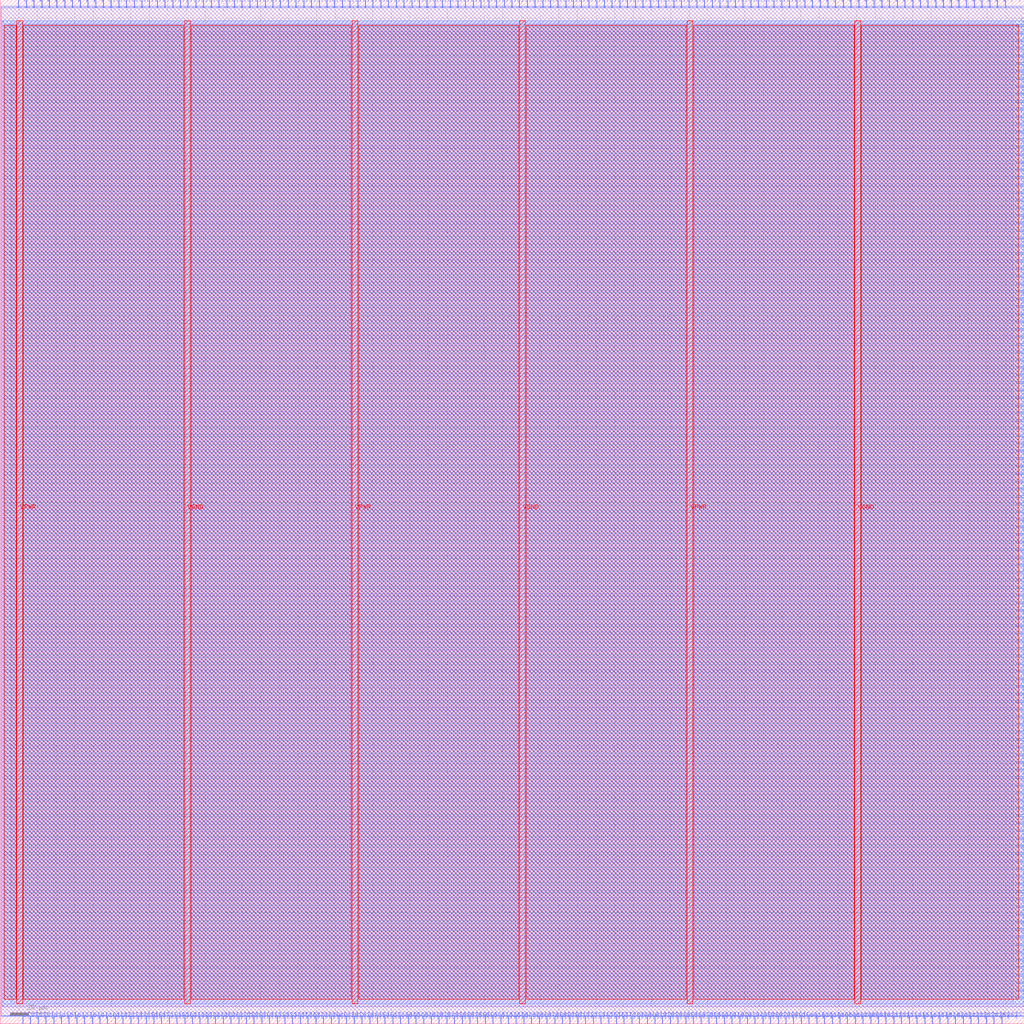
<source format=lef>
VERSION 5.7 ;
  NOWIREEXTENSIONATPIN ON ;
  DIVIDERCHAR "/" ;
  BUSBITCHARS "[]" ;
MACRO multiply_add_64x64
  CLASS BLOCK ;
  FOREIGN multiply_add_64x64 ;
  ORIGIN 0.000 0.000 ;
  SIZE 550.000 BY 550.000 ;
  PIN VGND
    DIRECTION INOUT ;
    USE GROUND ;
    PORT
      LAYER met4 ;
        RECT 98.970 10.640 102.070 538.800 ;
    END
    PORT
      LAYER met4 ;
        RECT 278.970 10.640 282.070 538.800 ;
    END
    PORT
      LAYER met4 ;
        RECT 458.970 10.640 462.070 538.800 ;
    END
  END VGND
  PIN VPWR
    DIRECTION INOUT ;
    USE POWER ;
    PORT
      LAYER met4 ;
        RECT 8.970 10.640 12.070 538.800 ;
    END
    PORT
      LAYER met4 ;
        RECT 188.970 10.640 192.070 538.800 ;
    END
    PORT
      LAYER met4 ;
        RECT 368.970 10.640 372.070 538.800 ;
    END
  END VPWR
  PIN a[0]
    DIRECTION INPUT ;
    USE SIGNAL ;
    PORT
      LAYER met3 ;
        RECT 546.000 17.720 550.000 18.320 ;
    END
  END a[0]
  PIN a[10]
    DIRECTION INPUT ;
    USE SIGNAL ;
    PORT
      LAYER met3 ;
        RECT 546.000 58.520 550.000 59.120 ;
    END
  END a[10]
  PIN a[11]
    DIRECTION INPUT ;
    USE SIGNAL ;
    PORT
      LAYER met3 ;
        RECT 546.000 62.600 550.000 63.200 ;
    END
  END a[11]
  PIN a[12]
    DIRECTION INPUT ;
    USE SIGNAL ;
    PORT
      LAYER met3 ;
        RECT 546.000 66.680 550.000 67.280 ;
    END
  END a[12]
  PIN a[13]
    DIRECTION INPUT ;
    USE SIGNAL ;
    PORT
      LAYER met3 ;
        RECT 546.000 70.760 550.000 71.360 ;
    END
  END a[13]
  PIN a[14]
    DIRECTION INPUT ;
    USE SIGNAL ;
    PORT
      LAYER met3 ;
        RECT 546.000 74.840 550.000 75.440 ;
    END
  END a[14]
  PIN a[15]
    DIRECTION INPUT ;
    USE SIGNAL ;
    PORT
      LAYER met3 ;
        RECT 546.000 78.920 550.000 79.520 ;
    END
  END a[15]
  PIN a[16]
    DIRECTION INPUT ;
    USE SIGNAL ;
    PORT
      LAYER met3 ;
        RECT 546.000 83.000 550.000 83.600 ;
    END
  END a[16]
  PIN a[17]
    DIRECTION INPUT ;
    USE SIGNAL ;
    PORT
      LAYER met3 ;
        RECT 546.000 87.080 550.000 87.680 ;
    END
  END a[17]
  PIN a[18]
    DIRECTION INPUT ;
    USE SIGNAL ;
    PORT
      LAYER met3 ;
        RECT 546.000 91.160 550.000 91.760 ;
    END
  END a[18]
  PIN a[19]
    DIRECTION INPUT ;
    USE SIGNAL ;
    PORT
      LAYER met3 ;
        RECT 546.000 95.240 550.000 95.840 ;
    END
  END a[19]
  PIN a[1]
    DIRECTION INPUT ;
    USE SIGNAL ;
    PORT
      LAYER met3 ;
        RECT 546.000 21.800 550.000 22.400 ;
    END
  END a[1]
  PIN a[20]
    DIRECTION INPUT ;
    USE SIGNAL ;
    PORT
      LAYER met3 ;
        RECT 546.000 99.320 550.000 99.920 ;
    END
  END a[20]
  PIN a[21]
    DIRECTION INPUT ;
    USE SIGNAL ;
    PORT
      LAYER met3 ;
        RECT 546.000 103.400 550.000 104.000 ;
    END
  END a[21]
  PIN a[22]
    DIRECTION INPUT ;
    USE SIGNAL ;
    PORT
      LAYER met3 ;
        RECT 546.000 107.480 550.000 108.080 ;
    END
  END a[22]
  PIN a[23]
    DIRECTION INPUT ;
    USE SIGNAL ;
    PORT
      LAYER met3 ;
        RECT 546.000 111.560 550.000 112.160 ;
    END
  END a[23]
  PIN a[24]
    DIRECTION INPUT ;
    USE SIGNAL ;
    PORT
      LAYER met3 ;
        RECT 546.000 115.640 550.000 116.240 ;
    END
  END a[24]
  PIN a[25]
    DIRECTION INPUT ;
    USE SIGNAL ;
    PORT
      LAYER met3 ;
        RECT 546.000 119.720 550.000 120.320 ;
    END
  END a[25]
  PIN a[26]
    DIRECTION INPUT ;
    USE SIGNAL ;
    PORT
      LAYER met3 ;
        RECT 546.000 123.800 550.000 124.400 ;
    END
  END a[26]
  PIN a[27]
    DIRECTION INPUT ;
    USE SIGNAL ;
    PORT
      LAYER met3 ;
        RECT 546.000 127.880 550.000 128.480 ;
    END
  END a[27]
  PIN a[28]
    DIRECTION INPUT ;
    USE SIGNAL ;
    PORT
      LAYER met3 ;
        RECT 546.000 131.960 550.000 132.560 ;
    END
  END a[28]
  PIN a[29]
    DIRECTION INPUT ;
    USE SIGNAL ;
    PORT
      LAYER met3 ;
        RECT 546.000 136.040 550.000 136.640 ;
    END
  END a[29]
  PIN a[2]
    DIRECTION INPUT ;
    USE SIGNAL ;
    PORT
      LAYER met3 ;
        RECT 546.000 25.880 550.000 26.480 ;
    END
  END a[2]
  PIN a[30]
    DIRECTION INPUT ;
    USE SIGNAL ;
    PORT
      LAYER met3 ;
        RECT 546.000 140.120 550.000 140.720 ;
    END
  END a[30]
  PIN a[31]
    DIRECTION INPUT ;
    USE SIGNAL ;
    PORT
      LAYER met3 ;
        RECT 546.000 144.200 550.000 144.800 ;
    END
  END a[31]
  PIN a[32]
    DIRECTION INPUT ;
    USE SIGNAL ;
    PORT
      LAYER met3 ;
        RECT 546.000 148.280 550.000 148.880 ;
    END
  END a[32]
  PIN a[33]
    DIRECTION INPUT ;
    USE SIGNAL ;
    PORT
      LAYER met3 ;
        RECT 546.000 152.360 550.000 152.960 ;
    END
  END a[33]
  PIN a[34]
    DIRECTION INPUT ;
    USE SIGNAL ;
    PORT
      LAYER met3 ;
        RECT 546.000 156.440 550.000 157.040 ;
    END
  END a[34]
  PIN a[35]
    DIRECTION INPUT ;
    USE SIGNAL ;
    PORT
      LAYER met3 ;
        RECT 546.000 160.520 550.000 161.120 ;
    END
  END a[35]
  PIN a[36]
    DIRECTION INPUT ;
    USE SIGNAL ;
    PORT
      LAYER met3 ;
        RECT 546.000 164.600 550.000 165.200 ;
    END
  END a[36]
  PIN a[37]
    DIRECTION INPUT ;
    USE SIGNAL ;
    PORT
      LAYER met3 ;
        RECT 546.000 168.680 550.000 169.280 ;
    END
  END a[37]
  PIN a[38]
    DIRECTION INPUT ;
    USE SIGNAL ;
    PORT
      LAYER met3 ;
        RECT 546.000 172.760 550.000 173.360 ;
    END
  END a[38]
  PIN a[39]
    DIRECTION INPUT ;
    USE SIGNAL ;
    PORT
      LAYER met3 ;
        RECT 546.000 176.840 550.000 177.440 ;
    END
  END a[39]
  PIN a[3]
    DIRECTION INPUT ;
    USE SIGNAL ;
    PORT
      LAYER met3 ;
        RECT 546.000 29.960 550.000 30.560 ;
    END
  END a[3]
  PIN a[40]
    DIRECTION INPUT ;
    USE SIGNAL ;
    PORT
      LAYER met3 ;
        RECT 546.000 180.920 550.000 181.520 ;
    END
  END a[40]
  PIN a[41]
    DIRECTION INPUT ;
    USE SIGNAL ;
    PORT
      LAYER met3 ;
        RECT 546.000 185.000 550.000 185.600 ;
    END
  END a[41]
  PIN a[42]
    DIRECTION INPUT ;
    USE SIGNAL ;
    PORT
      LAYER met3 ;
        RECT 546.000 189.080 550.000 189.680 ;
    END
  END a[42]
  PIN a[43]
    DIRECTION INPUT ;
    USE SIGNAL ;
    PORT
      LAYER met3 ;
        RECT 546.000 193.160 550.000 193.760 ;
    END
  END a[43]
  PIN a[44]
    DIRECTION INPUT ;
    USE SIGNAL ;
    PORT
      LAYER met3 ;
        RECT 546.000 197.240 550.000 197.840 ;
    END
  END a[44]
  PIN a[45]
    DIRECTION INPUT ;
    USE SIGNAL ;
    PORT
      LAYER met3 ;
        RECT 546.000 201.320 550.000 201.920 ;
    END
  END a[45]
  PIN a[46]
    DIRECTION INPUT ;
    USE SIGNAL ;
    PORT
      LAYER met3 ;
        RECT 546.000 205.400 550.000 206.000 ;
    END
  END a[46]
  PIN a[47]
    DIRECTION INPUT ;
    USE SIGNAL ;
    PORT
      LAYER met3 ;
        RECT 546.000 209.480 550.000 210.080 ;
    END
  END a[47]
  PIN a[48]
    DIRECTION INPUT ;
    USE SIGNAL ;
    PORT
      LAYER met3 ;
        RECT 546.000 213.560 550.000 214.160 ;
    END
  END a[48]
  PIN a[49]
    DIRECTION INPUT ;
    USE SIGNAL ;
    PORT
      LAYER met3 ;
        RECT 546.000 217.640 550.000 218.240 ;
    END
  END a[49]
  PIN a[4]
    DIRECTION INPUT ;
    USE SIGNAL ;
    PORT
      LAYER met3 ;
        RECT 546.000 34.040 550.000 34.640 ;
    END
  END a[4]
  PIN a[50]
    DIRECTION INPUT ;
    USE SIGNAL ;
    PORT
      LAYER met3 ;
        RECT 546.000 221.720 550.000 222.320 ;
    END
  END a[50]
  PIN a[51]
    DIRECTION INPUT ;
    USE SIGNAL ;
    PORT
      LAYER met3 ;
        RECT 546.000 225.800 550.000 226.400 ;
    END
  END a[51]
  PIN a[52]
    DIRECTION INPUT ;
    USE SIGNAL ;
    PORT
      LAYER met3 ;
        RECT 546.000 229.880 550.000 230.480 ;
    END
  END a[52]
  PIN a[53]
    DIRECTION INPUT ;
    USE SIGNAL ;
    PORT
      LAYER met3 ;
        RECT 546.000 233.960 550.000 234.560 ;
    END
  END a[53]
  PIN a[54]
    DIRECTION INPUT ;
    USE SIGNAL ;
    PORT
      LAYER met3 ;
        RECT 546.000 238.040 550.000 238.640 ;
    END
  END a[54]
  PIN a[55]
    DIRECTION INPUT ;
    USE SIGNAL ;
    PORT
      LAYER met3 ;
        RECT 546.000 242.120 550.000 242.720 ;
    END
  END a[55]
  PIN a[56]
    DIRECTION INPUT ;
    USE SIGNAL ;
    PORT
      LAYER met3 ;
        RECT 546.000 246.200 550.000 246.800 ;
    END
  END a[56]
  PIN a[57]
    DIRECTION INPUT ;
    USE SIGNAL ;
    PORT
      LAYER met3 ;
        RECT 546.000 250.280 550.000 250.880 ;
    END
  END a[57]
  PIN a[58]
    DIRECTION INPUT ;
    USE SIGNAL ;
    PORT
      LAYER met3 ;
        RECT 546.000 254.360 550.000 254.960 ;
    END
  END a[58]
  PIN a[59]
    DIRECTION INPUT ;
    USE SIGNAL ;
    PORT
      LAYER met3 ;
        RECT 546.000 258.440 550.000 259.040 ;
    END
  END a[59]
  PIN a[5]
    DIRECTION INPUT ;
    USE SIGNAL ;
    PORT
      LAYER met3 ;
        RECT 546.000 38.120 550.000 38.720 ;
    END
  END a[5]
  PIN a[60]
    DIRECTION INPUT ;
    USE SIGNAL ;
    PORT
      LAYER met3 ;
        RECT 546.000 262.520 550.000 263.120 ;
    END
  END a[60]
  PIN a[61]
    DIRECTION INPUT ;
    USE SIGNAL ;
    PORT
      LAYER met3 ;
        RECT 546.000 266.600 550.000 267.200 ;
    END
  END a[61]
  PIN a[62]
    DIRECTION INPUT ;
    USE SIGNAL ;
    PORT
      LAYER met3 ;
        RECT 546.000 270.680 550.000 271.280 ;
    END
  END a[62]
  PIN a[63]
    DIRECTION INPUT ;
    USE SIGNAL ;
    PORT
      LAYER met3 ;
        RECT 546.000 274.760 550.000 275.360 ;
    END
  END a[63]
  PIN a[6]
    DIRECTION INPUT ;
    USE SIGNAL ;
    PORT
      LAYER met3 ;
        RECT 546.000 42.200 550.000 42.800 ;
    END
  END a[6]
  PIN a[7]
    DIRECTION INPUT ;
    USE SIGNAL ;
    PORT
      LAYER met3 ;
        RECT 546.000 46.280 550.000 46.880 ;
    END
  END a[7]
  PIN a[8]
    DIRECTION INPUT ;
    USE SIGNAL ;
    PORT
      LAYER met3 ;
        RECT 546.000 50.360 550.000 50.960 ;
    END
  END a[8]
  PIN a[9]
    DIRECTION INPUT ;
    USE SIGNAL ;
    PORT
      LAYER met3 ;
        RECT 546.000 54.440 550.000 55.040 ;
    END
  END a[9]
  PIN b[0]
    DIRECTION INPUT ;
    USE SIGNAL ;
    PORT
      LAYER met3 ;
        RECT 546.000 278.840 550.000 279.440 ;
    END
  END b[0]
  PIN b[10]
    DIRECTION INPUT ;
    USE SIGNAL ;
    PORT
      LAYER met3 ;
        RECT 546.000 319.640 550.000 320.240 ;
    END
  END b[10]
  PIN b[11]
    DIRECTION INPUT ;
    USE SIGNAL ;
    PORT
      LAYER met3 ;
        RECT 546.000 323.720 550.000 324.320 ;
    END
  END b[11]
  PIN b[12]
    DIRECTION INPUT ;
    USE SIGNAL ;
    PORT
      LAYER met3 ;
        RECT 546.000 327.800 550.000 328.400 ;
    END
  END b[12]
  PIN b[13]
    DIRECTION INPUT ;
    USE SIGNAL ;
    PORT
      LAYER met3 ;
        RECT 546.000 331.880 550.000 332.480 ;
    END
  END b[13]
  PIN b[14]
    DIRECTION INPUT ;
    USE SIGNAL ;
    PORT
      LAYER met3 ;
        RECT 546.000 335.960 550.000 336.560 ;
    END
  END b[14]
  PIN b[15]
    DIRECTION INPUT ;
    USE SIGNAL ;
    PORT
      LAYER met3 ;
        RECT 546.000 340.040 550.000 340.640 ;
    END
  END b[15]
  PIN b[16]
    DIRECTION INPUT ;
    USE SIGNAL ;
    PORT
      LAYER met3 ;
        RECT 546.000 344.120 550.000 344.720 ;
    END
  END b[16]
  PIN b[17]
    DIRECTION INPUT ;
    USE SIGNAL ;
    PORT
      LAYER met3 ;
        RECT 546.000 348.200 550.000 348.800 ;
    END
  END b[17]
  PIN b[18]
    DIRECTION INPUT ;
    USE SIGNAL ;
    PORT
      LAYER met3 ;
        RECT 546.000 352.280 550.000 352.880 ;
    END
  END b[18]
  PIN b[19]
    DIRECTION INPUT ;
    USE SIGNAL ;
    PORT
      LAYER met3 ;
        RECT 546.000 356.360 550.000 356.960 ;
    END
  END b[19]
  PIN b[1]
    DIRECTION INPUT ;
    USE SIGNAL ;
    PORT
      LAYER met3 ;
        RECT 546.000 282.920 550.000 283.520 ;
    END
  END b[1]
  PIN b[20]
    DIRECTION INPUT ;
    USE SIGNAL ;
    PORT
      LAYER met3 ;
        RECT 546.000 360.440 550.000 361.040 ;
    END
  END b[20]
  PIN b[21]
    DIRECTION INPUT ;
    USE SIGNAL ;
    PORT
      LAYER met3 ;
        RECT 546.000 364.520 550.000 365.120 ;
    END
  END b[21]
  PIN b[22]
    DIRECTION INPUT ;
    USE SIGNAL ;
    PORT
      LAYER met3 ;
        RECT 546.000 368.600 550.000 369.200 ;
    END
  END b[22]
  PIN b[23]
    DIRECTION INPUT ;
    USE SIGNAL ;
    PORT
      LAYER met3 ;
        RECT 546.000 372.680 550.000 373.280 ;
    END
  END b[23]
  PIN b[24]
    DIRECTION INPUT ;
    USE SIGNAL ;
    PORT
      LAYER met3 ;
        RECT 546.000 376.760 550.000 377.360 ;
    END
  END b[24]
  PIN b[25]
    DIRECTION INPUT ;
    USE SIGNAL ;
    PORT
      LAYER met3 ;
        RECT 546.000 380.840 550.000 381.440 ;
    END
  END b[25]
  PIN b[26]
    DIRECTION INPUT ;
    USE SIGNAL ;
    PORT
      LAYER met3 ;
        RECT 546.000 384.920 550.000 385.520 ;
    END
  END b[26]
  PIN b[27]
    DIRECTION INPUT ;
    USE SIGNAL ;
    PORT
      LAYER met3 ;
        RECT 546.000 389.000 550.000 389.600 ;
    END
  END b[27]
  PIN b[28]
    DIRECTION INPUT ;
    USE SIGNAL ;
    PORT
      LAYER met3 ;
        RECT 546.000 393.080 550.000 393.680 ;
    END
  END b[28]
  PIN b[29]
    DIRECTION INPUT ;
    USE SIGNAL ;
    PORT
      LAYER met3 ;
        RECT 546.000 397.160 550.000 397.760 ;
    END
  END b[29]
  PIN b[2]
    DIRECTION INPUT ;
    USE SIGNAL ;
    PORT
      LAYER met3 ;
        RECT 546.000 287.000 550.000 287.600 ;
    END
  END b[2]
  PIN b[30]
    DIRECTION INPUT ;
    USE SIGNAL ;
    PORT
      LAYER met3 ;
        RECT 546.000 401.240 550.000 401.840 ;
    END
  END b[30]
  PIN b[31]
    DIRECTION INPUT ;
    USE SIGNAL ;
    PORT
      LAYER met3 ;
        RECT 546.000 405.320 550.000 405.920 ;
    END
  END b[31]
  PIN b[32]
    DIRECTION INPUT ;
    USE SIGNAL ;
    PORT
      LAYER met3 ;
        RECT 546.000 409.400 550.000 410.000 ;
    END
  END b[32]
  PIN b[33]
    DIRECTION INPUT ;
    USE SIGNAL ;
    PORT
      LAYER met3 ;
        RECT 546.000 413.480 550.000 414.080 ;
    END
  END b[33]
  PIN b[34]
    DIRECTION INPUT ;
    USE SIGNAL ;
    PORT
      LAYER met3 ;
        RECT 546.000 417.560 550.000 418.160 ;
    END
  END b[34]
  PIN b[35]
    DIRECTION INPUT ;
    USE SIGNAL ;
    PORT
      LAYER met3 ;
        RECT 546.000 421.640 550.000 422.240 ;
    END
  END b[35]
  PIN b[36]
    DIRECTION INPUT ;
    USE SIGNAL ;
    PORT
      LAYER met3 ;
        RECT 546.000 425.720 550.000 426.320 ;
    END
  END b[36]
  PIN b[37]
    DIRECTION INPUT ;
    USE SIGNAL ;
    PORT
      LAYER met3 ;
        RECT 546.000 429.800 550.000 430.400 ;
    END
  END b[37]
  PIN b[38]
    DIRECTION INPUT ;
    USE SIGNAL ;
    PORT
      LAYER met3 ;
        RECT 546.000 433.880 550.000 434.480 ;
    END
  END b[38]
  PIN b[39]
    DIRECTION INPUT ;
    USE SIGNAL ;
    PORT
      LAYER met3 ;
        RECT 546.000 437.960 550.000 438.560 ;
    END
  END b[39]
  PIN b[3]
    DIRECTION INPUT ;
    USE SIGNAL ;
    PORT
      LAYER met3 ;
        RECT 546.000 291.080 550.000 291.680 ;
    END
  END b[3]
  PIN b[40]
    DIRECTION INPUT ;
    USE SIGNAL ;
    PORT
      LAYER met3 ;
        RECT 546.000 442.040 550.000 442.640 ;
    END
  END b[40]
  PIN b[41]
    DIRECTION INPUT ;
    USE SIGNAL ;
    PORT
      LAYER met3 ;
        RECT 546.000 446.120 550.000 446.720 ;
    END
  END b[41]
  PIN b[42]
    DIRECTION INPUT ;
    USE SIGNAL ;
    PORT
      LAYER met3 ;
        RECT 546.000 450.200 550.000 450.800 ;
    END
  END b[42]
  PIN b[43]
    DIRECTION INPUT ;
    USE SIGNAL ;
    PORT
      LAYER met3 ;
        RECT 546.000 454.280 550.000 454.880 ;
    END
  END b[43]
  PIN b[44]
    DIRECTION INPUT ;
    USE SIGNAL ;
    PORT
      LAYER met3 ;
        RECT 546.000 458.360 550.000 458.960 ;
    END
  END b[44]
  PIN b[45]
    DIRECTION INPUT ;
    USE SIGNAL ;
    PORT
      LAYER met3 ;
        RECT 546.000 462.440 550.000 463.040 ;
    END
  END b[45]
  PIN b[46]
    DIRECTION INPUT ;
    USE SIGNAL ;
    PORT
      LAYER met3 ;
        RECT 546.000 466.520 550.000 467.120 ;
    END
  END b[46]
  PIN b[47]
    DIRECTION INPUT ;
    USE SIGNAL ;
    PORT
      LAYER met3 ;
        RECT 546.000 470.600 550.000 471.200 ;
    END
  END b[47]
  PIN b[48]
    DIRECTION INPUT ;
    USE SIGNAL ;
    PORT
      LAYER met3 ;
        RECT 546.000 474.680 550.000 475.280 ;
    END
  END b[48]
  PIN b[49]
    DIRECTION INPUT ;
    USE SIGNAL ;
    PORT
      LAYER met3 ;
        RECT 546.000 478.760 550.000 479.360 ;
    END
  END b[49]
  PIN b[4]
    DIRECTION INPUT ;
    USE SIGNAL ;
    PORT
      LAYER met3 ;
        RECT 546.000 295.160 550.000 295.760 ;
    END
  END b[4]
  PIN b[50]
    DIRECTION INPUT ;
    USE SIGNAL ;
    PORT
      LAYER met3 ;
        RECT 546.000 482.840 550.000 483.440 ;
    END
  END b[50]
  PIN b[51]
    DIRECTION INPUT ;
    USE SIGNAL ;
    PORT
      LAYER met3 ;
        RECT 546.000 486.920 550.000 487.520 ;
    END
  END b[51]
  PIN b[52]
    DIRECTION INPUT ;
    USE SIGNAL ;
    PORT
      LAYER met3 ;
        RECT 546.000 491.000 550.000 491.600 ;
    END
  END b[52]
  PIN b[53]
    DIRECTION INPUT ;
    USE SIGNAL ;
    PORT
      LAYER met3 ;
        RECT 546.000 495.080 550.000 495.680 ;
    END
  END b[53]
  PIN b[54]
    DIRECTION INPUT ;
    USE SIGNAL ;
    PORT
      LAYER met3 ;
        RECT 546.000 499.160 550.000 499.760 ;
    END
  END b[54]
  PIN b[55]
    DIRECTION INPUT ;
    USE SIGNAL ;
    PORT
      LAYER met3 ;
        RECT 546.000 503.240 550.000 503.840 ;
    END
  END b[55]
  PIN b[56]
    DIRECTION INPUT ;
    USE SIGNAL ;
    PORT
      LAYER met3 ;
        RECT 546.000 507.320 550.000 507.920 ;
    END
  END b[56]
  PIN b[57]
    DIRECTION INPUT ;
    USE SIGNAL ;
    PORT
      LAYER met3 ;
        RECT 546.000 511.400 550.000 512.000 ;
    END
  END b[57]
  PIN b[58]
    DIRECTION INPUT ;
    USE SIGNAL ;
    PORT
      LAYER met3 ;
        RECT 546.000 515.480 550.000 516.080 ;
    END
  END b[58]
  PIN b[59]
    DIRECTION INPUT ;
    USE SIGNAL ;
    PORT
      LAYER met3 ;
        RECT 546.000 519.560 550.000 520.160 ;
    END
  END b[59]
  PIN b[5]
    DIRECTION INPUT ;
    USE SIGNAL ;
    PORT
      LAYER met3 ;
        RECT 546.000 299.240 550.000 299.840 ;
    END
  END b[5]
  PIN b[60]
    DIRECTION INPUT ;
    USE SIGNAL ;
    PORT
      LAYER met3 ;
        RECT 546.000 523.640 550.000 524.240 ;
    END
  END b[60]
  PIN b[61]
    DIRECTION INPUT ;
    USE SIGNAL ;
    PORT
      LAYER met3 ;
        RECT 546.000 527.720 550.000 528.320 ;
    END
  END b[61]
  PIN b[62]
    DIRECTION INPUT ;
    USE SIGNAL ;
    PORT
      LAYER met3 ;
        RECT 546.000 531.800 550.000 532.400 ;
    END
  END b[62]
  PIN b[63]
    DIRECTION INPUT ;
    USE SIGNAL ;
    PORT
      LAYER met3 ;
        RECT 546.000 535.880 550.000 536.480 ;
    END
  END b[63]
  PIN b[6]
    DIRECTION INPUT ;
    USE SIGNAL ;
    PORT
      LAYER met3 ;
        RECT 546.000 303.320 550.000 303.920 ;
    END
  END b[6]
  PIN b[7]
    DIRECTION INPUT ;
    USE SIGNAL ;
    PORT
      LAYER met3 ;
        RECT 546.000 307.400 550.000 308.000 ;
    END
  END b[7]
  PIN b[8]
    DIRECTION INPUT ;
    USE SIGNAL ;
    PORT
      LAYER met3 ;
        RECT 546.000 311.480 550.000 312.080 ;
    END
  END b[8]
  PIN b[9]
    DIRECTION INPUT ;
    USE SIGNAL ;
    PORT
      LAYER met3 ;
        RECT 546.000 315.560 550.000 316.160 ;
    END
  END b[9]
  PIN c[0]
    DIRECTION INPUT ;
    USE SIGNAL ;
    PORT
      LAYER met2 ;
        RECT 12.050 0.000 12.330 4.000 ;
    END
  END c[0]
  PIN c[100]
    DIRECTION INPUT ;
    USE SIGNAL ;
    PORT
      LAYER met2 ;
        RECT 426.050 0.000 426.330 4.000 ;
    END
  END c[100]
  PIN c[101]
    DIRECTION INPUT ;
    USE SIGNAL ;
    PORT
      LAYER met2 ;
        RECT 430.190 0.000 430.470 4.000 ;
    END
  END c[101]
  PIN c[102]
    DIRECTION INPUT ;
    USE SIGNAL ;
    PORT
      LAYER met2 ;
        RECT 434.330 0.000 434.610 4.000 ;
    END
  END c[102]
  PIN c[103]
    DIRECTION INPUT ;
    USE SIGNAL ;
    PORT
      LAYER met2 ;
        RECT 438.470 0.000 438.750 4.000 ;
    END
  END c[103]
  PIN c[104]
    DIRECTION INPUT ;
    USE SIGNAL ;
    PORT
      LAYER met2 ;
        RECT 442.610 0.000 442.890 4.000 ;
    END
  END c[104]
  PIN c[105]
    DIRECTION INPUT ;
    USE SIGNAL ;
    PORT
      LAYER met2 ;
        RECT 446.750 0.000 447.030 4.000 ;
    END
  END c[105]
  PIN c[106]
    DIRECTION INPUT ;
    USE SIGNAL ;
    PORT
      LAYER met2 ;
        RECT 450.890 0.000 451.170 4.000 ;
    END
  END c[106]
  PIN c[107]
    DIRECTION INPUT ;
    USE SIGNAL ;
    PORT
      LAYER met2 ;
        RECT 455.030 0.000 455.310 4.000 ;
    END
  END c[107]
  PIN c[108]
    DIRECTION INPUT ;
    USE SIGNAL ;
    PORT
      LAYER met2 ;
        RECT 459.170 0.000 459.450 4.000 ;
    END
  END c[108]
  PIN c[109]
    DIRECTION INPUT ;
    USE SIGNAL ;
    PORT
      LAYER met2 ;
        RECT 463.310 0.000 463.590 4.000 ;
    END
  END c[109]
  PIN c[10]
    DIRECTION INPUT ;
    USE SIGNAL ;
    PORT
      LAYER met2 ;
        RECT 53.450 0.000 53.730 4.000 ;
    END
  END c[10]
  PIN c[110]
    DIRECTION INPUT ;
    USE SIGNAL ;
    PORT
      LAYER met2 ;
        RECT 467.450 0.000 467.730 4.000 ;
    END
  END c[110]
  PIN c[111]
    DIRECTION INPUT ;
    USE SIGNAL ;
    PORT
      LAYER met2 ;
        RECT 471.590 0.000 471.870 4.000 ;
    END
  END c[111]
  PIN c[112]
    DIRECTION INPUT ;
    USE SIGNAL ;
    PORT
      LAYER met2 ;
        RECT 475.730 0.000 476.010 4.000 ;
    END
  END c[112]
  PIN c[113]
    DIRECTION INPUT ;
    USE SIGNAL ;
    PORT
      LAYER met2 ;
        RECT 479.870 0.000 480.150 4.000 ;
    END
  END c[113]
  PIN c[114]
    DIRECTION INPUT ;
    USE SIGNAL ;
    PORT
      LAYER met2 ;
        RECT 484.010 0.000 484.290 4.000 ;
    END
  END c[114]
  PIN c[115]
    DIRECTION INPUT ;
    USE SIGNAL ;
    PORT
      LAYER met2 ;
        RECT 488.150 0.000 488.430 4.000 ;
    END
  END c[115]
  PIN c[116]
    DIRECTION INPUT ;
    USE SIGNAL ;
    PORT
      LAYER met2 ;
        RECT 492.290 0.000 492.570 4.000 ;
    END
  END c[116]
  PIN c[117]
    DIRECTION INPUT ;
    USE SIGNAL ;
    PORT
      LAYER met2 ;
        RECT 496.430 0.000 496.710 4.000 ;
    END
  END c[117]
  PIN c[118]
    DIRECTION INPUT ;
    USE SIGNAL ;
    PORT
      LAYER met2 ;
        RECT 500.570 0.000 500.850 4.000 ;
    END
  END c[118]
  PIN c[119]
    DIRECTION INPUT ;
    USE SIGNAL ;
    PORT
      LAYER met2 ;
        RECT 504.710 0.000 504.990 4.000 ;
    END
  END c[119]
  PIN c[11]
    DIRECTION INPUT ;
    USE SIGNAL ;
    PORT
      LAYER met2 ;
        RECT 57.590 0.000 57.870 4.000 ;
    END
  END c[11]
  PIN c[120]
    DIRECTION INPUT ;
    USE SIGNAL ;
    PORT
      LAYER met2 ;
        RECT 508.850 0.000 509.130 4.000 ;
    END
  END c[120]
  PIN c[121]
    DIRECTION INPUT ;
    USE SIGNAL ;
    PORT
      LAYER met2 ;
        RECT 512.990 0.000 513.270 4.000 ;
    END
  END c[121]
  PIN c[122]
    DIRECTION INPUT ;
    USE SIGNAL ;
    PORT
      LAYER met2 ;
        RECT 517.130 0.000 517.410 4.000 ;
    END
  END c[122]
  PIN c[123]
    DIRECTION INPUT ;
    USE SIGNAL ;
    PORT
      LAYER met2 ;
        RECT 521.270 0.000 521.550 4.000 ;
    END
  END c[123]
  PIN c[124]
    DIRECTION INPUT ;
    USE SIGNAL ;
    PORT
      LAYER met2 ;
        RECT 525.410 0.000 525.690 4.000 ;
    END
  END c[124]
  PIN c[125]
    DIRECTION INPUT ;
    USE SIGNAL ;
    PORT
      LAYER met2 ;
        RECT 529.550 0.000 529.830 4.000 ;
    END
  END c[125]
  PIN c[126]
    DIRECTION INPUT ;
    USE SIGNAL ;
    PORT
      LAYER met2 ;
        RECT 533.690 0.000 533.970 4.000 ;
    END
  END c[126]
  PIN c[127]
    DIRECTION INPUT ;
    USE SIGNAL ;
    PORT
      LAYER met2 ;
        RECT 537.830 0.000 538.110 4.000 ;
    END
  END c[127]
  PIN c[12]
    DIRECTION INPUT ;
    USE SIGNAL ;
    PORT
      LAYER met2 ;
        RECT 61.730 0.000 62.010 4.000 ;
    END
  END c[12]
  PIN c[13]
    DIRECTION INPUT ;
    USE SIGNAL ;
    PORT
      LAYER met2 ;
        RECT 65.870 0.000 66.150 4.000 ;
    END
  END c[13]
  PIN c[14]
    DIRECTION INPUT ;
    USE SIGNAL ;
    PORT
      LAYER met2 ;
        RECT 70.010 0.000 70.290 4.000 ;
    END
  END c[14]
  PIN c[15]
    DIRECTION INPUT ;
    USE SIGNAL ;
    PORT
      LAYER met2 ;
        RECT 74.150 0.000 74.430 4.000 ;
    END
  END c[15]
  PIN c[16]
    DIRECTION INPUT ;
    USE SIGNAL ;
    PORT
      LAYER met2 ;
        RECT 78.290 0.000 78.570 4.000 ;
    END
  END c[16]
  PIN c[17]
    DIRECTION INPUT ;
    USE SIGNAL ;
    PORT
      LAYER met2 ;
        RECT 82.430 0.000 82.710 4.000 ;
    END
  END c[17]
  PIN c[18]
    DIRECTION INPUT ;
    USE SIGNAL ;
    PORT
      LAYER met2 ;
        RECT 86.570 0.000 86.850 4.000 ;
    END
  END c[18]
  PIN c[19]
    DIRECTION INPUT ;
    USE SIGNAL ;
    PORT
      LAYER met2 ;
        RECT 90.710 0.000 90.990 4.000 ;
    END
  END c[19]
  PIN c[1]
    DIRECTION INPUT ;
    USE SIGNAL ;
    PORT
      LAYER met2 ;
        RECT 16.190 0.000 16.470 4.000 ;
    END
  END c[1]
  PIN c[20]
    DIRECTION INPUT ;
    USE SIGNAL ;
    PORT
      LAYER met2 ;
        RECT 94.850 0.000 95.130 4.000 ;
    END
  END c[20]
  PIN c[21]
    DIRECTION INPUT ;
    USE SIGNAL ;
    PORT
      LAYER met2 ;
        RECT 98.990 0.000 99.270 4.000 ;
    END
  END c[21]
  PIN c[22]
    DIRECTION INPUT ;
    USE SIGNAL ;
    PORT
      LAYER met2 ;
        RECT 103.130 0.000 103.410 4.000 ;
    END
  END c[22]
  PIN c[23]
    DIRECTION INPUT ;
    USE SIGNAL ;
    PORT
      LAYER met2 ;
        RECT 107.270 0.000 107.550 4.000 ;
    END
  END c[23]
  PIN c[24]
    DIRECTION INPUT ;
    USE SIGNAL ;
    PORT
      LAYER met2 ;
        RECT 111.410 0.000 111.690 4.000 ;
    END
  END c[24]
  PIN c[25]
    DIRECTION INPUT ;
    USE SIGNAL ;
    PORT
      LAYER met2 ;
        RECT 115.550 0.000 115.830 4.000 ;
    END
  END c[25]
  PIN c[26]
    DIRECTION INPUT ;
    USE SIGNAL ;
    PORT
      LAYER met2 ;
        RECT 119.690 0.000 119.970 4.000 ;
    END
  END c[26]
  PIN c[27]
    DIRECTION INPUT ;
    USE SIGNAL ;
    PORT
      LAYER met2 ;
        RECT 123.830 0.000 124.110 4.000 ;
    END
  END c[27]
  PIN c[28]
    DIRECTION INPUT ;
    USE SIGNAL ;
    PORT
      LAYER met2 ;
        RECT 127.970 0.000 128.250 4.000 ;
    END
  END c[28]
  PIN c[29]
    DIRECTION INPUT ;
    USE SIGNAL ;
    PORT
      LAYER met2 ;
        RECT 132.110 0.000 132.390 4.000 ;
    END
  END c[29]
  PIN c[2]
    DIRECTION INPUT ;
    USE SIGNAL ;
    PORT
      LAYER met2 ;
        RECT 20.330 0.000 20.610 4.000 ;
    END
  END c[2]
  PIN c[30]
    DIRECTION INPUT ;
    USE SIGNAL ;
    PORT
      LAYER met2 ;
        RECT 136.250 0.000 136.530 4.000 ;
    END
  END c[30]
  PIN c[31]
    DIRECTION INPUT ;
    USE SIGNAL ;
    PORT
      LAYER met2 ;
        RECT 140.390 0.000 140.670 4.000 ;
    END
  END c[31]
  PIN c[32]
    DIRECTION INPUT ;
    USE SIGNAL ;
    PORT
      LAYER met2 ;
        RECT 144.530 0.000 144.810 4.000 ;
    END
  END c[32]
  PIN c[33]
    DIRECTION INPUT ;
    USE SIGNAL ;
    PORT
      LAYER met2 ;
        RECT 148.670 0.000 148.950 4.000 ;
    END
  END c[33]
  PIN c[34]
    DIRECTION INPUT ;
    USE SIGNAL ;
    PORT
      LAYER met2 ;
        RECT 152.810 0.000 153.090 4.000 ;
    END
  END c[34]
  PIN c[35]
    DIRECTION INPUT ;
    USE SIGNAL ;
    PORT
      LAYER met2 ;
        RECT 156.950 0.000 157.230 4.000 ;
    END
  END c[35]
  PIN c[36]
    DIRECTION INPUT ;
    USE SIGNAL ;
    PORT
      LAYER met2 ;
        RECT 161.090 0.000 161.370 4.000 ;
    END
  END c[36]
  PIN c[37]
    DIRECTION INPUT ;
    USE SIGNAL ;
    PORT
      LAYER met2 ;
        RECT 165.230 0.000 165.510 4.000 ;
    END
  END c[37]
  PIN c[38]
    DIRECTION INPUT ;
    USE SIGNAL ;
    PORT
      LAYER met2 ;
        RECT 169.370 0.000 169.650 4.000 ;
    END
  END c[38]
  PIN c[39]
    DIRECTION INPUT ;
    USE SIGNAL ;
    PORT
      LAYER met2 ;
        RECT 173.510 0.000 173.790 4.000 ;
    END
  END c[39]
  PIN c[3]
    DIRECTION INPUT ;
    USE SIGNAL ;
    PORT
      LAYER met2 ;
        RECT 24.470 0.000 24.750 4.000 ;
    END
  END c[3]
  PIN c[40]
    DIRECTION INPUT ;
    USE SIGNAL ;
    PORT
      LAYER met2 ;
        RECT 177.650 0.000 177.930 4.000 ;
    END
  END c[40]
  PIN c[41]
    DIRECTION INPUT ;
    USE SIGNAL ;
    PORT
      LAYER met2 ;
        RECT 181.790 0.000 182.070 4.000 ;
    END
  END c[41]
  PIN c[42]
    DIRECTION INPUT ;
    USE SIGNAL ;
    PORT
      LAYER met2 ;
        RECT 185.930 0.000 186.210 4.000 ;
    END
  END c[42]
  PIN c[43]
    DIRECTION INPUT ;
    USE SIGNAL ;
    PORT
      LAYER met2 ;
        RECT 190.070 0.000 190.350 4.000 ;
    END
  END c[43]
  PIN c[44]
    DIRECTION INPUT ;
    USE SIGNAL ;
    PORT
      LAYER met2 ;
        RECT 194.210 0.000 194.490 4.000 ;
    END
  END c[44]
  PIN c[45]
    DIRECTION INPUT ;
    USE SIGNAL ;
    PORT
      LAYER met2 ;
        RECT 198.350 0.000 198.630 4.000 ;
    END
  END c[45]
  PIN c[46]
    DIRECTION INPUT ;
    USE SIGNAL ;
    PORT
      LAYER met2 ;
        RECT 202.490 0.000 202.770 4.000 ;
    END
  END c[46]
  PIN c[47]
    DIRECTION INPUT ;
    USE SIGNAL ;
    PORT
      LAYER met2 ;
        RECT 206.630 0.000 206.910 4.000 ;
    END
  END c[47]
  PIN c[48]
    DIRECTION INPUT ;
    USE SIGNAL ;
    PORT
      LAYER met2 ;
        RECT 210.770 0.000 211.050 4.000 ;
    END
  END c[48]
  PIN c[49]
    DIRECTION INPUT ;
    USE SIGNAL ;
    PORT
      LAYER met2 ;
        RECT 214.910 0.000 215.190 4.000 ;
    END
  END c[49]
  PIN c[4]
    DIRECTION INPUT ;
    USE SIGNAL ;
    PORT
      LAYER met2 ;
        RECT 28.610 0.000 28.890 4.000 ;
    END
  END c[4]
  PIN c[50]
    DIRECTION INPUT ;
    USE SIGNAL ;
    PORT
      LAYER met2 ;
        RECT 219.050 0.000 219.330 4.000 ;
    END
  END c[50]
  PIN c[51]
    DIRECTION INPUT ;
    USE SIGNAL ;
    PORT
      LAYER met2 ;
        RECT 223.190 0.000 223.470 4.000 ;
    END
  END c[51]
  PIN c[52]
    DIRECTION INPUT ;
    USE SIGNAL ;
    PORT
      LAYER met2 ;
        RECT 227.330 0.000 227.610 4.000 ;
    END
  END c[52]
  PIN c[53]
    DIRECTION INPUT ;
    USE SIGNAL ;
    PORT
      LAYER met2 ;
        RECT 231.470 0.000 231.750 4.000 ;
    END
  END c[53]
  PIN c[54]
    DIRECTION INPUT ;
    USE SIGNAL ;
    PORT
      LAYER met2 ;
        RECT 235.610 0.000 235.890 4.000 ;
    END
  END c[54]
  PIN c[55]
    DIRECTION INPUT ;
    USE SIGNAL ;
    PORT
      LAYER met2 ;
        RECT 239.750 0.000 240.030 4.000 ;
    END
  END c[55]
  PIN c[56]
    DIRECTION INPUT ;
    USE SIGNAL ;
    PORT
      LAYER met2 ;
        RECT 243.890 0.000 244.170 4.000 ;
    END
  END c[56]
  PIN c[57]
    DIRECTION INPUT ;
    USE SIGNAL ;
    PORT
      LAYER met2 ;
        RECT 248.030 0.000 248.310 4.000 ;
    END
  END c[57]
  PIN c[58]
    DIRECTION INPUT ;
    USE SIGNAL ;
    PORT
      LAYER met2 ;
        RECT 252.170 0.000 252.450 4.000 ;
    END
  END c[58]
  PIN c[59]
    DIRECTION INPUT ;
    USE SIGNAL ;
    PORT
      LAYER met2 ;
        RECT 256.310 0.000 256.590 4.000 ;
    END
  END c[59]
  PIN c[5]
    DIRECTION INPUT ;
    USE SIGNAL ;
    PORT
      LAYER met2 ;
        RECT 32.750 0.000 33.030 4.000 ;
    END
  END c[5]
  PIN c[60]
    DIRECTION INPUT ;
    USE SIGNAL ;
    PORT
      LAYER met2 ;
        RECT 260.450 0.000 260.730 4.000 ;
    END
  END c[60]
  PIN c[61]
    DIRECTION INPUT ;
    USE SIGNAL ;
    PORT
      LAYER met2 ;
        RECT 264.590 0.000 264.870 4.000 ;
    END
  END c[61]
  PIN c[62]
    DIRECTION INPUT ;
    USE SIGNAL ;
    PORT
      LAYER met2 ;
        RECT 268.730 0.000 269.010 4.000 ;
    END
  END c[62]
  PIN c[63]
    DIRECTION INPUT ;
    USE SIGNAL ;
    PORT
      LAYER met2 ;
        RECT 272.870 0.000 273.150 4.000 ;
    END
  END c[63]
  PIN c[64]
    DIRECTION INPUT ;
    USE SIGNAL ;
    PORT
      LAYER met2 ;
        RECT 277.010 0.000 277.290 4.000 ;
    END
  END c[64]
  PIN c[65]
    DIRECTION INPUT ;
    USE SIGNAL ;
    PORT
      LAYER met2 ;
        RECT 281.150 0.000 281.430 4.000 ;
    END
  END c[65]
  PIN c[66]
    DIRECTION INPUT ;
    USE SIGNAL ;
    PORT
      LAYER met2 ;
        RECT 285.290 0.000 285.570 4.000 ;
    END
  END c[66]
  PIN c[67]
    DIRECTION INPUT ;
    USE SIGNAL ;
    PORT
      LAYER met2 ;
        RECT 289.430 0.000 289.710 4.000 ;
    END
  END c[67]
  PIN c[68]
    DIRECTION INPUT ;
    USE SIGNAL ;
    PORT
      LAYER met2 ;
        RECT 293.570 0.000 293.850 4.000 ;
    END
  END c[68]
  PIN c[69]
    DIRECTION INPUT ;
    USE SIGNAL ;
    PORT
      LAYER met2 ;
        RECT 297.710 0.000 297.990 4.000 ;
    END
  END c[69]
  PIN c[6]
    DIRECTION INPUT ;
    USE SIGNAL ;
    PORT
      LAYER met2 ;
        RECT 36.890 0.000 37.170 4.000 ;
    END
  END c[6]
  PIN c[70]
    DIRECTION INPUT ;
    USE SIGNAL ;
    PORT
      LAYER met2 ;
        RECT 301.850 0.000 302.130 4.000 ;
    END
  END c[70]
  PIN c[71]
    DIRECTION INPUT ;
    USE SIGNAL ;
    PORT
      LAYER met2 ;
        RECT 305.990 0.000 306.270 4.000 ;
    END
  END c[71]
  PIN c[72]
    DIRECTION INPUT ;
    USE SIGNAL ;
    PORT
      LAYER met2 ;
        RECT 310.130 0.000 310.410 4.000 ;
    END
  END c[72]
  PIN c[73]
    DIRECTION INPUT ;
    USE SIGNAL ;
    PORT
      LAYER met2 ;
        RECT 314.270 0.000 314.550 4.000 ;
    END
  END c[73]
  PIN c[74]
    DIRECTION INPUT ;
    USE SIGNAL ;
    PORT
      LAYER met2 ;
        RECT 318.410 0.000 318.690 4.000 ;
    END
  END c[74]
  PIN c[75]
    DIRECTION INPUT ;
    USE SIGNAL ;
    PORT
      LAYER met2 ;
        RECT 322.550 0.000 322.830 4.000 ;
    END
  END c[75]
  PIN c[76]
    DIRECTION INPUT ;
    USE SIGNAL ;
    PORT
      LAYER met2 ;
        RECT 326.690 0.000 326.970 4.000 ;
    END
  END c[76]
  PIN c[77]
    DIRECTION INPUT ;
    USE SIGNAL ;
    PORT
      LAYER met2 ;
        RECT 330.830 0.000 331.110 4.000 ;
    END
  END c[77]
  PIN c[78]
    DIRECTION INPUT ;
    USE SIGNAL ;
    PORT
      LAYER met2 ;
        RECT 334.970 0.000 335.250 4.000 ;
    END
  END c[78]
  PIN c[79]
    DIRECTION INPUT ;
    USE SIGNAL ;
    PORT
      LAYER met2 ;
        RECT 339.110 0.000 339.390 4.000 ;
    END
  END c[79]
  PIN c[7]
    DIRECTION INPUT ;
    USE SIGNAL ;
    PORT
      LAYER met2 ;
        RECT 41.030 0.000 41.310 4.000 ;
    END
  END c[7]
  PIN c[80]
    DIRECTION INPUT ;
    USE SIGNAL ;
    PORT
      LAYER met2 ;
        RECT 343.250 0.000 343.530 4.000 ;
    END
  END c[80]
  PIN c[81]
    DIRECTION INPUT ;
    USE SIGNAL ;
    PORT
      LAYER met2 ;
        RECT 347.390 0.000 347.670 4.000 ;
    END
  END c[81]
  PIN c[82]
    DIRECTION INPUT ;
    USE SIGNAL ;
    PORT
      LAYER met2 ;
        RECT 351.530 0.000 351.810 4.000 ;
    END
  END c[82]
  PIN c[83]
    DIRECTION INPUT ;
    USE SIGNAL ;
    PORT
      LAYER met2 ;
        RECT 355.670 0.000 355.950 4.000 ;
    END
  END c[83]
  PIN c[84]
    DIRECTION INPUT ;
    USE SIGNAL ;
    PORT
      LAYER met2 ;
        RECT 359.810 0.000 360.090 4.000 ;
    END
  END c[84]
  PIN c[85]
    DIRECTION INPUT ;
    USE SIGNAL ;
    PORT
      LAYER met2 ;
        RECT 363.950 0.000 364.230 4.000 ;
    END
  END c[85]
  PIN c[86]
    DIRECTION INPUT ;
    USE SIGNAL ;
    PORT
      LAYER met2 ;
        RECT 368.090 0.000 368.370 4.000 ;
    END
  END c[86]
  PIN c[87]
    DIRECTION INPUT ;
    USE SIGNAL ;
    PORT
      LAYER met2 ;
        RECT 372.230 0.000 372.510 4.000 ;
    END
  END c[87]
  PIN c[88]
    DIRECTION INPUT ;
    USE SIGNAL ;
    PORT
      LAYER met2 ;
        RECT 376.370 0.000 376.650 4.000 ;
    END
  END c[88]
  PIN c[89]
    DIRECTION INPUT ;
    USE SIGNAL ;
    PORT
      LAYER met2 ;
        RECT 380.510 0.000 380.790 4.000 ;
    END
  END c[89]
  PIN c[8]
    DIRECTION INPUT ;
    USE SIGNAL ;
    PORT
      LAYER met2 ;
        RECT 45.170 0.000 45.450 4.000 ;
    END
  END c[8]
  PIN c[90]
    DIRECTION INPUT ;
    USE SIGNAL ;
    PORT
      LAYER met2 ;
        RECT 384.650 0.000 384.930 4.000 ;
    END
  END c[90]
  PIN c[91]
    DIRECTION INPUT ;
    USE SIGNAL ;
    PORT
      LAYER met2 ;
        RECT 388.790 0.000 389.070 4.000 ;
    END
  END c[91]
  PIN c[92]
    DIRECTION INPUT ;
    USE SIGNAL ;
    PORT
      LAYER met2 ;
        RECT 392.930 0.000 393.210 4.000 ;
    END
  END c[92]
  PIN c[93]
    DIRECTION INPUT ;
    USE SIGNAL ;
    PORT
      LAYER met2 ;
        RECT 397.070 0.000 397.350 4.000 ;
    END
  END c[93]
  PIN c[94]
    DIRECTION INPUT ;
    USE SIGNAL ;
    PORT
      LAYER met2 ;
        RECT 401.210 0.000 401.490 4.000 ;
    END
  END c[94]
  PIN c[95]
    DIRECTION INPUT ;
    USE SIGNAL ;
    PORT
      LAYER met2 ;
        RECT 405.350 0.000 405.630 4.000 ;
    END
  END c[95]
  PIN c[96]
    DIRECTION INPUT ;
    USE SIGNAL ;
    PORT
      LAYER met2 ;
        RECT 409.490 0.000 409.770 4.000 ;
    END
  END c[96]
  PIN c[97]
    DIRECTION INPUT ;
    USE SIGNAL ;
    PORT
      LAYER met2 ;
        RECT 413.630 0.000 413.910 4.000 ;
    END
  END c[97]
  PIN c[98]
    DIRECTION INPUT ;
    USE SIGNAL ;
    PORT
      LAYER met2 ;
        RECT 417.770 0.000 418.050 4.000 ;
    END
  END c[98]
  PIN c[99]
    DIRECTION INPUT ;
    USE SIGNAL ;
    PORT
      LAYER met2 ;
        RECT 421.910 0.000 422.190 4.000 ;
    END
  END c[99]
  PIN c[9]
    DIRECTION INPUT ;
    USE SIGNAL ;
    PORT
      LAYER met2 ;
        RECT 49.310 0.000 49.590 4.000 ;
    END
  END c[9]
  PIN clk
    DIRECTION INPUT ;
    USE SIGNAL ;
    PORT
      LAYER met3 ;
        RECT 546.000 13.640 550.000 14.240 ;
    END
  END clk
  PIN o[0]
    DIRECTION OUTPUT TRISTATE ;
    USE SIGNAL ;
    PORT
      LAYER met2 ;
        RECT 9.750 546.000 10.030 550.000 ;
    END
  END o[0]
  PIN o[100]
    DIRECTION OUTPUT TRISTATE ;
    USE SIGNAL ;
    PORT
      LAYER met2 ;
        RECT 423.750 546.000 424.030 550.000 ;
    END
  END o[100]
  PIN o[101]
    DIRECTION OUTPUT TRISTATE ;
    USE SIGNAL ;
    PORT
      LAYER met2 ;
        RECT 427.890 546.000 428.170 550.000 ;
    END
  END o[101]
  PIN o[102]
    DIRECTION OUTPUT TRISTATE ;
    USE SIGNAL ;
    PORT
      LAYER met2 ;
        RECT 432.030 546.000 432.310 550.000 ;
    END
  END o[102]
  PIN o[103]
    DIRECTION OUTPUT TRISTATE ;
    USE SIGNAL ;
    PORT
      LAYER met2 ;
        RECT 436.170 546.000 436.450 550.000 ;
    END
  END o[103]
  PIN o[104]
    DIRECTION OUTPUT TRISTATE ;
    USE SIGNAL ;
    PORT
      LAYER met2 ;
        RECT 440.310 546.000 440.590 550.000 ;
    END
  END o[104]
  PIN o[105]
    DIRECTION OUTPUT TRISTATE ;
    USE SIGNAL ;
    PORT
      LAYER met2 ;
        RECT 444.450 546.000 444.730 550.000 ;
    END
  END o[105]
  PIN o[106]
    DIRECTION OUTPUT TRISTATE ;
    USE SIGNAL ;
    PORT
      LAYER met2 ;
        RECT 448.590 546.000 448.870 550.000 ;
    END
  END o[106]
  PIN o[107]
    DIRECTION OUTPUT TRISTATE ;
    USE SIGNAL ;
    PORT
      LAYER met2 ;
        RECT 452.730 546.000 453.010 550.000 ;
    END
  END o[107]
  PIN o[108]
    DIRECTION OUTPUT TRISTATE ;
    USE SIGNAL ;
    PORT
      LAYER met2 ;
        RECT 456.870 546.000 457.150 550.000 ;
    END
  END o[108]
  PIN o[109]
    DIRECTION OUTPUT TRISTATE ;
    USE SIGNAL ;
    PORT
      LAYER met2 ;
        RECT 461.010 546.000 461.290 550.000 ;
    END
  END o[109]
  PIN o[10]
    DIRECTION OUTPUT TRISTATE ;
    USE SIGNAL ;
    PORT
      LAYER met2 ;
        RECT 51.150 546.000 51.430 550.000 ;
    END
  END o[10]
  PIN o[110]
    DIRECTION OUTPUT TRISTATE ;
    USE SIGNAL ;
    PORT
      LAYER met2 ;
        RECT 465.150 546.000 465.430 550.000 ;
    END
  END o[110]
  PIN o[111]
    DIRECTION OUTPUT TRISTATE ;
    USE SIGNAL ;
    PORT
      LAYER met2 ;
        RECT 469.290 546.000 469.570 550.000 ;
    END
  END o[111]
  PIN o[112]
    DIRECTION OUTPUT TRISTATE ;
    USE SIGNAL ;
    PORT
      LAYER met2 ;
        RECT 473.430 546.000 473.710 550.000 ;
    END
  END o[112]
  PIN o[113]
    DIRECTION OUTPUT TRISTATE ;
    USE SIGNAL ;
    PORT
      LAYER met2 ;
        RECT 477.570 546.000 477.850 550.000 ;
    END
  END o[113]
  PIN o[114]
    DIRECTION OUTPUT TRISTATE ;
    USE SIGNAL ;
    PORT
      LAYER met2 ;
        RECT 481.710 546.000 481.990 550.000 ;
    END
  END o[114]
  PIN o[115]
    DIRECTION OUTPUT TRISTATE ;
    USE SIGNAL ;
    PORT
      LAYER met2 ;
        RECT 485.850 546.000 486.130 550.000 ;
    END
  END o[115]
  PIN o[116]
    DIRECTION OUTPUT TRISTATE ;
    USE SIGNAL ;
    PORT
      LAYER met2 ;
        RECT 489.990 546.000 490.270 550.000 ;
    END
  END o[116]
  PIN o[117]
    DIRECTION OUTPUT TRISTATE ;
    USE SIGNAL ;
    PORT
      LAYER met2 ;
        RECT 494.130 546.000 494.410 550.000 ;
    END
  END o[117]
  PIN o[118]
    DIRECTION OUTPUT TRISTATE ;
    USE SIGNAL ;
    PORT
      LAYER met2 ;
        RECT 498.270 546.000 498.550 550.000 ;
    END
  END o[118]
  PIN o[119]
    DIRECTION OUTPUT TRISTATE ;
    USE SIGNAL ;
    PORT
      LAYER met2 ;
        RECT 502.410 546.000 502.690 550.000 ;
    END
  END o[119]
  PIN o[11]
    DIRECTION OUTPUT TRISTATE ;
    USE SIGNAL ;
    PORT
      LAYER met2 ;
        RECT 55.290 546.000 55.570 550.000 ;
    END
  END o[11]
  PIN o[120]
    DIRECTION OUTPUT TRISTATE ;
    USE SIGNAL ;
    PORT
      LAYER met2 ;
        RECT 506.550 546.000 506.830 550.000 ;
    END
  END o[120]
  PIN o[121]
    DIRECTION OUTPUT TRISTATE ;
    USE SIGNAL ;
    PORT
      LAYER met2 ;
        RECT 510.690 546.000 510.970 550.000 ;
    END
  END o[121]
  PIN o[122]
    DIRECTION OUTPUT TRISTATE ;
    USE SIGNAL ;
    PORT
      LAYER met2 ;
        RECT 514.830 546.000 515.110 550.000 ;
    END
  END o[122]
  PIN o[123]
    DIRECTION OUTPUT TRISTATE ;
    USE SIGNAL ;
    PORT
      LAYER met2 ;
        RECT 518.970 546.000 519.250 550.000 ;
    END
  END o[123]
  PIN o[124]
    DIRECTION OUTPUT TRISTATE ;
    USE SIGNAL ;
    PORT
      LAYER met2 ;
        RECT 523.110 546.000 523.390 550.000 ;
    END
  END o[124]
  PIN o[125]
    DIRECTION OUTPUT TRISTATE ;
    USE SIGNAL ;
    PORT
      LAYER met2 ;
        RECT 527.250 546.000 527.530 550.000 ;
    END
  END o[125]
  PIN o[126]
    DIRECTION OUTPUT TRISTATE ;
    USE SIGNAL ;
    PORT
      LAYER met2 ;
        RECT 531.390 546.000 531.670 550.000 ;
    END
  END o[126]
  PIN o[127]
    DIRECTION OUTPUT TRISTATE ;
    USE SIGNAL ;
    PORT
      LAYER met2 ;
        RECT 535.530 546.000 535.810 550.000 ;
    END
  END o[127]
  PIN o[12]
    DIRECTION OUTPUT TRISTATE ;
    USE SIGNAL ;
    PORT
      LAYER met2 ;
        RECT 59.430 546.000 59.710 550.000 ;
    END
  END o[12]
  PIN o[13]
    DIRECTION OUTPUT TRISTATE ;
    USE SIGNAL ;
    PORT
      LAYER met2 ;
        RECT 63.570 546.000 63.850 550.000 ;
    END
  END o[13]
  PIN o[14]
    DIRECTION OUTPUT TRISTATE ;
    USE SIGNAL ;
    PORT
      LAYER met2 ;
        RECT 67.710 546.000 67.990 550.000 ;
    END
  END o[14]
  PIN o[15]
    DIRECTION OUTPUT TRISTATE ;
    USE SIGNAL ;
    PORT
      LAYER met2 ;
        RECT 71.850 546.000 72.130 550.000 ;
    END
  END o[15]
  PIN o[16]
    DIRECTION OUTPUT TRISTATE ;
    USE SIGNAL ;
    PORT
      LAYER met2 ;
        RECT 75.990 546.000 76.270 550.000 ;
    END
  END o[16]
  PIN o[17]
    DIRECTION OUTPUT TRISTATE ;
    USE SIGNAL ;
    PORT
      LAYER met2 ;
        RECT 80.130 546.000 80.410 550.000 ;
    END
  END o[17]
  PIN o[18]
    DIRECTION OUTPUT TRISTATE ;
    USE SIGNAL ;
    PORT
      LAYER met2 ;
        RECT 84.270 546.000 84.550 550.000 ;
    END
  END o[18]
  PIN o[19]
    DIRECTION OUTPUT TRISTATE ;
    USE SIGNAL ;
    PORT
      LAYER met2 ;
        RECT 88.410 546.000 88.690 550.000 ;
    END
  END o[19]
  PIN o[1]
    DIRECTION OUTPUT TRISTATE ;
    USE SIGNAL ;
    PORT
      LAYER met2 ;
        RECT 13.890 546.000 14.170 550.000 ;
    END
  END o[1]
  PIN o[20]
    DIRECTION OUTPUT TRISTATE ;
    USE SIGNAL ;
    PORT
      LAYER met2 ;
        RECT 92.550 546.000 92.830 550.000 ;
    END
  END o[20]
  PIN o[21]
    DIRECTION OUTPUT TRISTATE ;
    USE SIGNAL ;
    PORT
      LAYER met2 ;
        RECT 96.690 546.000 96.970 550.000 ;
    END
  END o[21]
  PIN o[22]
    DIRECTION OUTPUT TRISTATE ;
    USE SIGNAL ;
    PORT
      LAYER met2 ;
        RECT 100.830 546.000 101.110 550.000 ;
    END
  END o[22]
  PIN o[23]
    DIRECTION OUTPUT TRISTATE ;
    USE SIGNAL ;
    PORT
      LAYER met2 ;
        RECT 104.970 546.000 105.250 550.000 ;
    END
  END o[23]
  PIN o[24]
    DIRECTION OUTPUT TRISTATE ;
    USE SIGNAL ;
    PORT
      LAYER met2 ;
        RECT 109.110 546.000 109.390 550.000 ;
    END
  END o[24]
  PIN o[25]
    DIRECTION OUTPUT TRISTATE ;
    USE SIGNAL ;
    PORT
      LAYER met2 ;
        RECT 113.250 546.000 113.530 550.000 ;
    END
  END o[25]
  PIN o[26]
    DIRECTION OUTPUT TRISTATE ;
    USE SIGNAL ;
    PORT
      LAYER met2 ;
        RECT 117.390 546.000 117.670 550.000 ;
    END
  END o[26]
  PIN o[27]
    DIRECTION OUTPUT TRISTATE ;
    USE SIGNAL ;
    PORT
      LAYER met2 ;
        RECT 121.530 546.000 121.810 550.000 ;
    END
  END o[27]
  PIN o[28]
    DIRECTION OUTPUT TRISTATE ;
    USE SIGNAL ;
    PORT
      LAYER met2 ;
        RECT 125.670 546.000 125.950 550.000 ;
    END
  END o[28]
  PIN o[29]
    DIRECTION OUTPUT TRISTATE ;
    USE SIGNAL ;
    PORT
      LAYER met2 ;
        RECT 129.810 546.000 130.090 550.000 ;
    END
  END o[29]
  PIN o[2]
    DIRECTION OUTPUT TRISTATE ;
    USE SIGNAL ;
    PORT
      LAYER met2 ;
        RECT 18.030 546.000 18.310 550.000 ;
    END
  END o[2]
  PIN o[30]
    DIRECTION OUTPUT TRISTATE ;
    USE SIGNAL ;
    PORT
      LAYER met2 ;
        RECT 133.950 546.000 134.230 550.000 ;
    END
  END o[30]
  PIN o[31]
    DIRECTION OUTPUT TRISTATE ;
    USE SIGNAL ;
    PORT
      LAYER met2 ;
        RECT 138.090 546.000 138.370 550.000 ;
    END
  END o[31]
  PIN o[32]
    DIRECTION OUTPUT TRISTATE ;
    USE SIGNAL ;
    PORT
      LAYER met2 ;
        RECT 142.230 546.000 142.510 550.000 ;
    END
  END o[32]
  PIN o[33]
    DIRECTION OUTPUT TRISTATE ;
    USE SIGNAL ;
    PORT
      LAYER met2 ;
        RECT 146.370 546.000 146.650 550.000 ;
    END
  END o[33]
  PIN o[34]
    DIRECTION OUTPUT TRISTATE ;
    USE SIGNAL ;
    PORT
      LAYER met2 ;
        RECT 150.510 546.000 150.790 550.000 ;
    END
  END o[34]
  PIN o[35]
    DIRECTION OUTPUT TRISTATE ;
    USE SIGNAL ;
    PORT
      LAYER met2 ;
        RECT 154.650 546.000 154.930 550.000 ;
    END
  END o[35]
  PIN o[36]
    DIRECTION OUTPUT TRISTATE ;
    USE SIGNAL ;
    PORT
      LAYER met2 ;
        RECT 158.790 546.000 159.070 550.000 ;
    END
  END o[36]
  PIN o[37]
    DIRECTION OUTPUT TRISTATE ;
    USE SIGNAL ;
    PORT
      LAYER met2 ;
        RECT 162.930 546.000 163.210 550.000 ;
    END
  END o[37]
  PIN o[38]
    DIRECTION OUTPUT TRISTATE ;
    USE SIGNAL ;
    PORT
      LAYER met2 ;
        RECT 167.070 546.000 167.350 550.000 ;
    END
  END o[38]
  PIN o[39]
    DIRECTION OUTPUT TRISTATE ;
    USE SIGNAL ;
    PORT
      LAYER met2 ;
        RECT 171.210 546.000 171.490 550.000 ;
    END
  END o[39]
  PIN o[3]
    DIRECTION OUTPUT TRISTATE ;
    USE SIGNAL ;
    PORT
      LAYER met2 ;
        RECT 22.170 546.000 22.450 550.000 ;
    END
  END o[3]
  PIN o[40]
    DIRECTION OUTPUT TRISTATE ;
    USE SIGNAL ;
    PORT
      LAYER met2 ;
        RECT 175.350 546.000 175.630 550.000 ;
    END
  END o[40]
  PIN o[41]
    DIRECTION OUTPUT TRISTATE ;
    USE SIGNAL ;
    PORT
      LAYER met2 ;
        RECT 179.490 546.000 179.770 550.000 ;
    END
  END o[41]
  PIN o[42]
    DIRECTION OUTPUT TRISTATE ;
    USE SIGNAL ;
    PORT
      LAYER met2 ;
        RECT 183.630 546.000 183.910 550.000 ;
    END
  END o[42]
  PIN o[43]
    DIRECTION OUTPUT TRISTATE ;
    USE SIGNAL ;
    PORT
      LAYER met2 ;
        RECT 187.770 546.000 188.050 550.000 ;
    END
  END o[43]
  PIN o[44]
    DIRECTION OUTPUT TRISTATE ;
    USE SIGNAL ;
    PORT
      LAYER met2 ;
        RECT 191.910 546.000 192.190 550.000 ;
    END
  END o[44]
  PIN o[45]
    DIRECTION OUTPUT TRISTATE ;
    USE SIGNAL ;
    PORT
      LAYER met2 ;
        RECT 196.050 546.000 196.330 550.000 ;
    END
  END o[45]
  PIN o[46]
    DIRECTION OUTPUT TRISTATE ;
    USE SIGNAL ;
    PORT
      LAYER met2 ;
        RECT 200.190 546.000 200.470 550.000 ;
    END
  END o[46]
  PIN o[47]
    DIRECTION OUTPUT TRISTATE ;
    USE SIGNAL ;
    PORT
      LAYER met2 ;
        RECT 204.330 546.000 204.610 550.000 ;
    END
  END o[47]
  PIN o[48]
    DIRECTION OUTPUT TRISTATE ;
    USE SIGNAL ;
    PORT
      LAYER met2 ;
        RECT 208.470 546.000 208.750 550.000 ;
    END
  END o[48]
  PIN o[49]
    DIRECTION OUTPUT TRISTATE ;
    USE SIGNAL ;
    PORT
      LAYER met2 ;
        RECT 212.610 546.000 212.890 550.000 ;
    END
  END o[49]
  PIN o[4]
    DIRECTION OUTPUT TRISTATE ;
    USE SIGNAL ;
    PORT
      LAYER met2 ;
        RECT 26.310 546.000 26.590 550.000 ;
    END
  END o[4]
  PIN o[50]
    DIRECTION OUTPUT TRISTATE ;
    USE SIGNAL ;
    PORT
      LAYER met2 ;
        RECT 216.750 546.000 217.030 550.000 ;
    END
  END o[50]
  PIN o[51]
    DIRECTION OUTPUT TRISTATE ;
    USE SIGNAL ;
    PORT
      LAYER met2 ;
        RECT 220.890 546.000 221.170 550.000 ;
    END
  END o[51]
  PIN o[52]
    DIRECTION OUTPUT TRISTATE ;
    USE SIGNAL ;
    PORT
      LAYER met2 ;
        RECT 225.030 546.000 225.310 550.000 ;
    END
  END o[52]
  PIN o[53]
    DIRECTION OUTPUT TRISTATE ;
    USE SIGNAL ;
    PORT
      LAYER met2 ;
        RECT 229.170 546.000 229.450 550.000 ;
    END
  END o[53]
  PIN o[54]
    DIRECTION OUTPUT TRISTATE ;
    USE SIGNAL ;
    PORT
      LAYER met2 ;
        RECT 233.310 546.000 233.590 550.000 ;
    END
  END o[54]
  PIN o[55]
    DIRECTION OUTPUT TRISTATE ;
    USE SIGNAL ;
    PORT
      LAYER met2 ;
        RECT 237.450 546.000 237.730 550.000 ;
    END
  END o[55]
  PIN o[56]
    DIRECTION OUTPUT TRISTATE ;
    USE SIGNAL ;
    PORT
      LAYER met2 ;
        RECT 241.590 546.000 241.870 550.000 ;
    END
  END o[56]
  PIN o[57]
    DIRECTION OUTPUT TRISTATE ;
    USE SIGNAL ;
    PORT
      LAYER met2 ;
        RECT 245.730 546.000 246.010 550.000 ;
    END
  END o[57]
  PIN o[58]
    DIRECTION OUTPUT TRISTATE ;
    USE SIGNAL ;
    PORT
      LAYER met2 ;
        RECT 249.870 546.000 250.150 550.000 ;
    END
  END o[58]
  PIN o[59]
    DIRECTION OUTPUT TRISTATE ;
    USE SIGNAL ;
    PORT
      LAYER met2 ;
        RECT 254.010 546.000 254.290 550.000 ;
    END
  END o[59]
  PIN o[5]
    DIRECTION OUTPUT TRISTATE ;
    USE SIGNAL ;
    PORT
      LAYER met2 ;
        RECT 30.450 546.000 30.730 550.000 ;
    END
  END o[5]
  PIN o[60]
    DIRECTION OUTPUT TRISTATE ;
    USE SIGNAL ;
    PORT
      LAYER met2 ;
        RECT 258.150 546.000 258.430 550.000 ;
    END
  END o[60]
  PIN o[61]
    DIRECTION OUTPUT TRISTATE ;
    USE SIGNAL ;
    PORT
      LAYER met2 ;
        RECT 262.290 546.000 262.570 550.000 ;
    END
  END o[61]
  PIN o[62]
    DIRECTION OUTPUT TRISTATE ;
    USE SIGNAL ;
    PORT
      LAYER met2 ;
        RECT 266.430 546.000 266.710 550.000 ;
    END
  END o[62]
  PIN o[63]
    DIRECTION OUTPUT TRISTATE ;
    USE SIGNAL ;
    PORT
      LAYER met2 ;
        RECT 270.570 546.000 270.850 550.000 ;
    END
  END o[63]
  PIN o[64]
    DIRECTION OUTPUT TRISTATE ;
    USE SIGNAL ;
    PORT
      LAYER met2 ;
        RECT 274.710 546.000 274.990 550.000 ;
    END
  END o[64]
  PIN o[65]
    DIRECTION OUTPUT TRISTATE ;
    USE SIGNAL ;
    PORT
      LAYER met2 ;
        RECT 278.850 546.000 279.130 550.000 ;
    END
  END o[65]
  PIN o[66]
    DIRECTION OUTPUT TRISTATE ;
    USE SIGNAL ;
    PORT
      LAYER met2 ;
        RECT 282.990 546.000 283.270 550.000 ;
    END
  END o[66]
  PIN o[67]
    DIRECTION OUTPUT TRISTATE ;
    USE SIGNAL ;
    PORT
      LAYER met2 ;
        RECT 287.130 546.000 287.410 550.000 ;
    END
  END o[67]
  PIN o[68]
    DIRECTION OUTPUT TRISTATE ;
    USE SIGNAL ;
    PORT
      LAYER met2 ;
        RECT 291.270 546.000 291.550 550.000 ;
    END
  END o[68]
  PIN o[69]
    DIRECTION OUTPUT TRISTATE ;
    USE SIGNAL ;
    PORT
      LAYER met2 ;
        RECT 295.410 546.000 295.690 550.000 ;
    END
  END o[69]
  PIN o[6]
    DIRECTION OUTPUT TRISTATE ;
    USE SIGNAL ;
    PORT
      LAYER met2 ;
        RECT 34.590 546.000 34.870 550.000 ;
    END
  END o[6]
  PIN o[70]
    DIRECTION OUTPUT TRISTATE ;
    USE SIGNAL ;
    PORT
      LAYER met2 ;
        RECT 299.550 546.000 299.830 550.000 ;
    END
  END o[70]
  PIN o[71]
    DIRECTION OUTPUT TRISTATE ;
    USE SIGNAL ;
    PORT
      LAYER met2 ;
        RECT 303.690 546.000 303.970 550.000 ;
    END
  END o[71]
  PIN o[72]
    DIRECTION OUTPUT TRISTATE ;
    USE SIGNAL ;
    PORT
      LAYER met2 ;
        RECT 307.830 546.000 308.110 550.000 ;
    END
  END o[72]
  PIN o[73]
    DIRECTION OUTPUT TRISTATE ;
    USE SIGNAL ;
    PORT
      LAYER met2 ;
        RECT 311.970 546.000 312.250 550.000 ;
    END
  END o[73]
  PIN o[74]
    DIRECTION OUTPUT TRISTATE ;
    USE SIGNAL ;
    PORT
      LAYER met2 ;
        RECT 316.110 546.000 316.390 550.000 ;
    END
  END o[74]
  PIN o[75]
    DIRECTION OUTPUT TRISTATE ;
    USE SIGNAL ;
    PORT
      LAYER met2 ;
        RECT 320.250 546.000 320.530 550.000 ;
    END
  END o[75]
  PIN o[76]
    DIRECTION OUTPUT TRISTATE ;
    USE SIGNAL ;
    PORT
      LAYER met2 ;
        RECT 324.390 546.000 324.670 550.000 ;
    END
  END o[76]
  PIN o[77]
    DIRECTION OUTPUT TRISTATE ;
    USE SIGNAL ;
    PORT
      LAYER met2 ;
        RECT 328.530 546.000 328.810 550.000 ;
    END
  END o[77]
  PIN o[78]
    DIRECTION OUTPUT TRISTATE ;
    USE SIGNAL ;
    PORT
      LAYER met2 ;
        RECT 332.670 546.000 332.950 550.000 ;
    END
  END o[78]
  PIN o[79]
    DIRECTION OUTPUT TRISTATE ;
    USE SIGNAL ;
    PORT
      LAYER met2 ;
        RECT 336.810 546.000 337.090 550.000 ;
    END
  END o[79]
  PIN o[7]
    DIRECTION OUTPUT TRISTATE ;
    USE SIGNAL ;
    PORT
      LAYER met2 ;
        RECT 38.730 546.000 39.010 550.000 ;
    END
  END o[7]
  PIN o[80]
    DIRECTION OUTPUT TRISTATE ;
    USE SIGNAL ;
    PORT
      LAYER met2 ;
        RECT 340.950 546.000 341.230 550.000 ;
    END
  END o[80]
  PIN o[81]
    DIRECTION OUTPUT TRISTATE ;
    USE SIGNAL ;
    PORT
      LAYER met2 ;
        RECT 345.090 546.000 345.370 550.000 ;
    END
  END o[81]
  PIN o[82]
    DIRECTION OUTPUT TRISTATE ;
    USE SIGNAL ;
    PORT
      LAYER met2 ;
        RECT 349.230 546.000 349.510 550.000 ;
    END
  END o[82]
  PIN o[83]
    DIRECTION OUTPUT TRISTATE ;
    USE SIGNAL ;
    PORT
      LAYER met2 ;
        RECT 353.370 546.000 353.650 550.000 ;
    END
  END o[83]
  PIN o[84]
    DIRECTION OUTPUT TRISTATE ;
    USE SIGNAL ;
    PORT
      LAYER met2 ;
        RECT 357.510 546.000 357.790 550.000 ;
    END
  END o[84]
  PIN o[85]
    DIRECTION OUTPUT TRISTATE ;
    USE SIGNAL ;
    PORT
      LAYER met2 ;
        RECT 361.650 546.000 361.930 550.000 ;
    END
  END o[85]
  PIN o[86]
    DIRECTION OUTPUT TRISTATE ;
    USE SIGNAL ;
    PORT
      LAYER met2 ;
        RECT 365.790 546.000 366.070 550.000 ;
    END
  END o[86]
  PIN o[87]
    DIRECTION OUTPUT TRISTATE ;
    USE SIGNAL ;
    PORT
      LAYER met2 ;
        RECT 369.930 546.000 370.210 550.000 ;
    END
  END o[87]
  PIN o[88]
    DIRECTION OUTPUT TRISTATE ;
    USE SIGNAL ;
    PORT
      LAYER met2 ;
        RECT 374.070 546.000 374.350 550.000 ;
    END
  END o[88]
  PIN o[89]
    DIRECTION OUTPUT TRISTATE ;
    USE SIGNAL ;
    PORT
      LAYER met2 ;
        RECT 378.210 546.000 378.490 550.000 ;
    END
  END o[89]
  PIN o[8]
    DIRECTION OUTPUT TRISTATE ;
    USE SIGNAL ;
    PORT
      LAYER met2 ;
        RECT 42.870 546.000 43.150 550.000 ;
    END
  END o[8]
  PIN o[90]
    DIRECTION OUTPUT TRISTATE ;
    USE SIGNAL ;
    PORT
      LAYER met2 ;
        RECT 382.350 546.000 382.630 550.000 ;
    END
  END o[90]
  PIN o[91]
    DIRECTION OUTPUT TRISTATE ;
    USE SIGNAL ;
    PORT
      LAYER met2 ;
        RECT 386.490 546.000 386.770 550.000 ;
    END
  END o[91]
  PIN o[92]
    DIRECTION OUTPUT TRISTATE ;
    USE SIGNAL ;
    PORT
      LAYER met2 ;
        RECT 390.630 546.000 390.910 550.000 ;
    END
  END o[92]
  PIN o[93]
    DIRECTION OUTPUT TRISTATE ;
    USE SIGNAL ;
    PORT
      LAYER met2 ;
        RECT 394.770 546.000 395.050 550.000 ;
    END
  END o[93]
  PIN o[94]
    DIRECTION OUTPUT TRISTATE ;
    USE SIGNAL ;
    PORT
      LAYER met2 ;
        RECT 398.910 546.000 399.190 550.000 ;
    END
  END o[94]
  PIN o[95]
    DIRECTION OUTPUT TRISTATE ;
    USE SIGNAL ;
    PORT
      LAYER met2 ;
        RECT 403.050 546.000 403.330 550.000 ;
    END
  END o[95]
  PIN o[96]
    DIRECTION OUTPUT TRISTATE ;
    USE SIGNAL ;
    PORT
      LAYER met2 ;
        RECT 407.190 546.000 407.470 550.000 ;
    END
  END o[96]
  PIN o[97]
    DIRECTION OUTPUT TRISTATE ;
    USE SIGNAL ;
    PORT
      LAYER met2 ;
        RECT 411.330 546.000 411.610 550.000 ;
    END
  END o[97]
  PIN o[98]
    DIRECTION OUTPUT TRISTATE ;
    USE SIGNAL ;
    PORT
      LAYER met2 ;
        RECT 415.470 546.000 415.750 550.000 ;
    END
  END o[98]
  PIN o[99]
    DIRECTION OUTPUT TRISTATE ;
    USE SIGNAL ;
    PORT
      LAYER met2 ;
        RECT 419.610 546.000 419.890 550.000 ;
    END
  END o[99]
  PIN o[9]
    DIRECTION OUTPUT TRISTATE ;
    USE SIGNAL ;
    PORT
      LAYER met2 ;
        RECT 47.010 546.000 47.290 550.000 ;
    END
  END o[9]
  PIN rst
    DIRECTION INPUT ;
    USE SIGNAL ;
    PORT
      LAYER met2 ;
        RECT 539.670 546.000 539.950 550.000 ;
    END
  END rst
  OBS
      LAYER li1 ;
        RECT 5.520 10.795 544.180 538.645 ;
      LAYER met1 ;
        RECT 0.990 9.220 550.000 538.800 ;
      LAYER met2 ;
        RECT 0.620 545.720 9.470 546.450 ;
        RECT 10.310 545.720 13.610 546.450 ;
        RECT 14.450 545.720 17.750 546.450 ;
        RECT 18.590 545.720 21.890 546.450 ;
        RECT 22.730 545.720 26.030 546.450 ;
        RECT 26.870 545.720 30.170 546.450 ;
        RECT 31.010 545.720 34.310 546.450 ;
        RECT 35.150 545.720 38.450 546.450 ;
        RECT 39.290 545.720 42.590 546.450 ;
        RECT 43.430 545.720 46.730 546.450 ;
        RECT 47.570 545.720 50.870 546.450 ;
        RECT 51.710 545.720 55.010 546.450 ;
        RECT 55.850 545.720 59.150 546.450 ;
        RECT 59.990 545.720 63.290 546.450 ;
        RECT 64.130 545.720 67.430 546.450 ;
        RECT 68.270 545.720 71.570 546.450 ;
        RECT 72.410 545.720 75.710 546.450 ;
        RECT 76.550 545.720 79.850 546.450 ;
        RECT 80.690 545.720 83.990 546.450 ;
        RECT 84.830 545.720 88.130 546.450 ;
        RECT 88.970 545.720 92.270 546.450 ;
        RECT 93.110 545.720 96.410 546.450 ;
        RECT 97.250 545.720 100.550 546.450 ;
        RECT 101.390 545.720 104.690 546.450 ;
        RECT 105.530 545.720 108.830 546.450 ;
        RECT 109.670 545.720 112.970 546.450 ;
        RECT 113.810 545.720 117.110 546.450 ;
        RECT 117.950 545.720 121.250 546.450 ;
        RECT 122.090 545.720 125.390 546.450 ;
        RECT 126.230 545.720 129.530 546.450 ;
        RECT 130.370 545.720 133.670 546.450 ;
        RECT 134.510 545.720 137.810 546.450 ;
        RECT 138.650 545.720 141.950 546.450 ;
        RECT 142.790 545.720 146.090 546.450 ;
        RECT 146.930 545.720 150.230 546.450 ;
        RECT 151.070 545.720 154.370 546.450 ;
        RECT 155.210 545.720 158.510 546.450 ;
        RECT 159.350 545.720 162.650 546.450 ;
        RECT 163.490 545.720 166.790 546.450 ;
        RECT 167.630 545.720 170.930 546.450 ;
        RECT 171.770 545.720 175.070 546.450 ;
        RECT 175.910 545.720 179.210 546.450 ;
        RECT 180.050 545.720 183.350 546.450 ;
        RECT 184.190 545.720 187.490 546.450 ;
        RECT 188.330 545.720 191.630 546.450 ;
        RECT 192.470 545.720 195.770 546.450 ;
        RECT 196.610 545.720 199.910 546.450 ;
        RECT 200.750 545.720 204.050 546.450 ;
        RECT 204.890 545.720 208.190 546.450 ;
        RECT 209.030 545.720 212.330 546.450 ;
        RECT 213.170 545.720 216.470 546.450 ;
        RECT 217.310 545.720 220.610 546.450 ;
        RECT 221.450 545.720 224.750 546.450 ;
        RECT 225.590 545.720 228.890 546.450 ;
        RECT 229.730 545.720 233.030 546.450 ;
        RECT 233.870 545.720 237.170 546.450 ;
        RECT 238.010 545.720 241.310 546.450 ;
        RECT 242.150 545.720 245.450 546.450 ;
        RECT 246.290 545.720 249.590 546.450 ;
        RECT 250.430 545.720 253.730 546.450 ;
        RECT 254.570 545.720 257.870 546.450 ;
        RECT 258.710 545.720 262.010 546.450 ;
        RECT 262.850 545.720 266.150 546.450 ;
        RECT 266.990 545.720 270.290 546.450 ;
        RECT 271.130 545.720 274.430 546.450 ;
        RECT 275.270 545.720 278.570 546.450 ;
        RECT 279.410 545.720 282.710 546.450 ;
        RECT 283.550 545.720 286.850 546.450 ;
        RECT 287.690 545.720 290.990 546.450 ;
        RECT 291.830 545.720 295.130 546.450 ;
        RECT 295.970 545.720 299.270 546.450 ;
        RECT 300.110 545.720 303.410 546.450 ;
        RECT 304.250 545.720 307.550 546.450 ;
        RECT 308.390 545.720 311.690 546.450 ;
        RECT 312.530 545.720 315.830 546.450 ;
        RECT 316.670 545.720 319.970 546.450 ;
        RECT 320.810 545.720 324.110 546.450 ;
        RECT 324.950 545.720 328.250 546.450 ;
        RECT 329.090 545.720 332.390 546.450 ;
        RECT 333.230 545.720 336.530 546.450 ;
        RECT 337.370 545.720 340.670 546.450 ;
        RECT 341.510 545.720 344.810 546.450 ;
        RECT 345.650 545.720 348.950 546.450 ;
        RECT 349.790 545.720 353.090 546.450 ;
        RECT 353.930 545.720 357.230 546.450 ;
        RECT 358.070 545.720 361.370 546.450 ;
        RECT 362.210 545.720 365.510 546.450 ;
        RECT 366.350 545.720 369.650 546.450 ;
        RECT 370.490 545.720 373.790 546.450 ;
        RECT 374.630 545.720 377.930 546.450 ;
        RECT 378.770 545.720 382.070 546.450 ;
        RECT 382.910 545.720 386.210 546.450 ;
        RECT 387.050 545.720 390.350 546.450 ;
        RECT 391.190 545.720 394.490 546.450 ;
        RECT 395.330 545.720 398.630 546.450 ;
        RECT 399.470 545.720 402.770 546.450 ;
        RECT 403.610 545.720 406.910 546.450 ;
        RECT 407.750 545.720 411.050 546.450 ;
        RECT 411.890 545.720 415.190 546.450 ;
        RECT 416.030 545.720 419.330 546.450 ;
        RECT 420.170 545.720 423.470 546.450 ;
        RECT 424.310 545.720 427.610 546.450 ;
        RECT 428.450 545.720 431.750 546.450 ;
        RECT 432.590 545.720 435.890 546.450 ;
        RECT 436.730 545.720 440.030 546.450 ;
        RECT 440.870 545.720 444.170 546.450 ;
        RECT 445.010 545.720 448.310 546.450 ;
        RECT 449.150 545.720 452.450 546.450 ;
        RECT 453.290 545.720 456.590 546.450 ;
        RECT 457.430 545.720 460.730 546.450 ;
        RECT 461.570 545.720 464.870 546.450 ;
        RECT 465.710 545.720 469.010 546.450 ;
        RECT 469.850 545.720 473.150 546.450 ;
        RECT 473.990 545.720 477.290 546.450 ;
        RECT 478.130 545.720 481.430 546.450 ;
        RECT 482.270 545.720 485.570 546.450 ;
        RECT 486.410 545.720 489.710 546.450 ;
        RECT 490.550 545.720 493.850 546.450 ;
        RECT 494.690 545.720 497.990 546.450 ;
        RECT 498.830 545.720 502.130 546.450 ;
        RECT 502.970 545.720 506.270 546.450 ;
        RECT 507.110 545.720 510.410 546.450 ;
        RECT 511.250 545.720 514.550 546.450 ;
        RECT 515.390 545.720 518.690 546.450 ;
        RECT 519.530 545.720 522.830 546.450 ;
        RECT 523.670 545.720 526.970 546.450 ;
        RECT 527.810 545.720 531.110 546.450 ;
        RECT 531.950 545.720 535.250 546.450 ;
        RECT 536.090 545.720 539.390 546.450 ;
        RECT 540.230 545.720 550.000 546.450 ;
        RECT 0.620 4.280 550.000 545.720 ;
        RECT 0.620 4.000 11.770 4.280 ;
        RECT 12.610 4.000 15.910 4.280 ;
        RECT 16.750 4.000 20.050 4.280 ;
        RECT 20.890 4.000 24.190 4.280 ;
        RECT 25.030 4.000 28.330 4.280 ;
        RECT 29.170 4.000 32.470 4.280 ;
        RECT 33.310 4.000 36.610 4.280 ;
        RECT 37.450 4.000 40.750 4.280 ;
        RECT 41.590 4.000 44.890 4.280 ;
        RECT 45.730 4.000 49.030 4.280 ;
        RECT 49.870 4.000 53.170 4.280 ;
        RECT 54.010 4.000 57.310 4.280 ;
        RECT 58.150 4.000 61.450 4.280 ;
        RECT 62.290 4.000 65.590 4.280 ;
        RECT 66.430 4.000 69.730 4.280 ;
        RECT 70.570 4.000 73.870 4.280 ;
        RECT 74.710 4.000 78.010 4.280 ;
        RECT 78.850 4.000 82.150 4.280 ;
        RECT 82.990 4.000 86.290 4.280 ;
        RECT 87.130 4.000 90.430 4.280 ;
        RECT 91.270 4.000 94.570 4.280 ;
        RECT 95.410 4.000 98.710 4.280 ;
        RECT 99.550 4.000 102.850 4.280 ;
        RECT 103.690 4.000 106.990 4.280 ;
        RECT 107.830 4.000 111.130 4.280 ;
        RECT 111.970 4.000 115.270 4.280 ;
        RECT 116.110 4.000 119.410 4.280 ;
        RECT 120.250 4.000 123.550 4.280 ;
        RECT 124.390 4.000 127.690 4.280 ;
        RECT 128.530 4.000 131.830 4.280 ;
        RECT 132.670 4.000 135.970 4.280 ;
        RECT 136.810 4.000 140.110 4.280 ;
        RECT 140.950 4.000 144.250 4.280 ;
        RECT 145.090 4.000 148.390 4.280 ;
        RECT 149.230 4.000 152.530 4.280 ;
        RECT 153.370 4.000 156.670 4.280 ;
        RECT 157.510 4.000 160.810 4.280 ;
        RECT 161.650 4.000 164.950 4.280 ;
        RECT 165.790 4.000 169.090 4.280 ;
        RECT 169.930 4.000 173.230 4.280 ;
        RECT 174.070 4.000 177.370 4.280 ;
        RECT 178.210 4.000 181.510 4.280 ;
        RECT 182.350 4.000 185.650 4.280 ;
        RECT 186.490 4.000 189.790 4.280 ;
        RECT 190.630 4.000 193.930 4.280 ;
        RECT 194.770 4.000 198.070 4.280 ;
        RECT 198.910 4.000 202.210 4.280 ;
        RECT 203.050 4.000 206.350 4.280 ;
        RECT 207.190 4.000 210.490 4.280 ;
        RECT 211.330 4.000 214.630 4.280 ;
        RECT 215.470 4.000 218.770 4.280 ;
        RECT 219.610 4.000 222.910 4.280 ;
        RECT 223.750 4.000 227.050 4.280 ;
        RECT 227.890 4.000 231.190 4.280 ;
        RECT 232.030 4.000 235.330 4.280 ;
        RECT 236.170 4.000 239.470 4.280 ;
        RECT 240.310 4.000 243.610 4.280 ;
        RECT 244.450 4.000 247.750 4.280 ;
        RECT 248.590 4.000 251.890 4.280 ;
        RECT 252.730 4.000 256.030 4.280 ;
        RECT 256.870 4.000 260.170 4.280 ;
        RECT 261.010 4.000 264.310 4.280 ;
        RECT 265.150 4.000 268.450 4.280 ;
        RECT 269.290 4.000 272.590 4.280 ;
        RECT 273.430 4.000 276.730 4.280 ;
        RECT 277.570 4.000 280.870 4.280 ;
        RECT 281.710 4.000 285.010 4.280 ;
        RECT 285.850 4.000 289.150 4.280 ;
        RECT 289.990 4.000 293.290 4.280 ;
        RECT 294.130 4.000 297.430 4.280 ;
        RECT 298.270 4.000 301.570 4.280 ;
        RECT 302.410 4.000 305.710 4.280 ;
        RECT 306.550 4.000 309.850 4.280 ;
        RECT 310.690 4.000 313.990 4.280 ;
        RECT 314.830 4.000 318.130 4.280 ;
        RECT 318.970 4.000 322.270 4.280 ;
        RECT 323.110 4.000 326.410 4.280 ;
        RECT 327.250 4.000 330.550 4.280 ;
        RECT 331.390 4.000 334.690 4.280 ;
        RECT 335.530 4.000 338.830 4.280 ;
        RECT 339.670 4.000 342.970 4.280 ;
        RECT 343.810 4.000 347.110 4.280 ;
        RECT 347.950 4.000 351.250 4.280 ;
        RECT 352.090 4.000 355.390 4.280 ;
        RECT 356.230 4.000 359.530 4.280 ;
        RECT 360.370 4.000 363.670 4.280 ;
        RECT 364.510 4.000 367.810 4.280 ;
        RECT 368.650 4.000 371.950 4.280 ;
        RECT 372.790 4.000 376.090 4.280 ;
        RECT 376.930 4.000 380.230 4.280 ;
        RECT 381.070 4.000 384.370 4.280 ;
        RECT 385.210 4.000 388.510 4.280 ;
        RECT 389.350 4.000 392.650 4.280 ;
        RECT 393.490 4.000 396.790 4.280 ;
        RECT 397.630 4.000 400.930 4.280 ;
        RECT 401.770 4.000 405.070 4.280 ;
        RECT 405.910 4.000 409.210 4.280 ;
        RECT 410.050 4.000 413.350 4.280 ;
        RECT 414.190 4.000 417.490 4.280 ;
        RECT 418.330 4.000 421.630 4.280 ;
        RECT 422.470 4.000 425.770 4.280 ;
        RECT 426.610 4.000 429.910 4.280 ;
        RECT 430.750 4.000 434.050 4.280 ;
        RECT 434.890 4.000 438.190 4.280 ;
        RECT 439.030 4.000 442.330 4.280 ;
        RECT 443.170 4.000 446.470 4.280 ;
        RECT 447.310 4.000 450.610 4.280 ;
        RECT 451.450 4.000 454.750 4.280 ;
        RECT 455.590 4.000 458.890 4.280 ;
        RECT 459.730 4.000 463.030 4.280 ;
        RECT 463.870 4.000 467.170 4.280 ;
        RECT 468.010 4.000 471.310 4.280 ;
        RECT 472.150 4.000 475.450 4.280 ;
        RECT 476.290 4.000 479.590 4.280 ;
        RECT 480.430 4.000 483.730 4.280 ;
        RECT 484.570 4.000 487.870 4.280 ;
        RECT 488.710 4.000 492.010 4.280 ;
        RECT 492.850 4.000 496.150 4.280 ;
        RECT 496.990 4.000 500.290 4.280 ;
        RECT 501.130 4.000 504.430 4.280 ;
        RECT 505.270 4.000 508.570 4.280 ;
        RECT 509.410 4.000 512.710 4.280 ;
        RECT 513.550 4.000 516.850 4.280 ;
        RECT 517.690 4.000 520.990 4.280 ;
        RECT 521.830 4.000 525.130 4.280 ;
        RECT 525.970 4.000 529.270 4.280 ;
        RECT 530.110 4.000 533.410 4.280 ;
        RECT 534.250 4.000 537.550 4.280 ;
        RECT 538.390 4.000 550.000 4.280 ;
      LAYER met3 ;
        RECT 1.905 536.880 549.635 538.725 ;
        RECT 1.905 535.480 545.600 536.880 ;
        RECT 1.905 532.800 549.635 535.480 ;
        RECT 1.905 531.400 545.600 532.800 ;
        RECT 1.905 528.720 549.635 531.400 ;
        RECT 1.905 527.320 545.600 528.720 ;
        RECT 1.905 524.640 549.635 527.320 ;
        RECT 1.905 523.240 545.600 524.640 ;
        RECT 1.905 520.560 549.635 523.240 ;
        RECT 1.905 519.160 545.600 520.560 ;
        RECT 1.905 516.480 549.635 519.160 ;
        RECT 1.905 515.080 545.600 516.480 ;
        RECT 1.905 512.400 549.635 515.080 ;
        RECT 1.905 511.000 545.600 512.400 ;
        RECT 1.905 508.320 549.635 511.000 ;
        RECT 1.905 506.920 545.600 508.320 ;
        RECT 1.905 504.240 549.635 506.920 ;
        RECT 1.905 502.840 545.600 504.240 ;
        RECT 1.905 500.160 549.635 502.840 ;
        RECT 1.905 498.760 545.600 500.160 ;
        RECT 1.905 496.080 549.635 498.760 ;
        RECT 1.905 494.680 545.600 496.080 ;
        RECT 1.905 492.000 549.635 494.680 ;
        RECT 1.905 490.600 545.600 492.000 ;
        RECT 1.905 487.920 549.635 490.600 ;
        RECT 1.905 486.520 545.600 487.920 ;
        RECT 1.905 483.840 549.635 486.520 ;
        RECT 1.905 482.440 545.600 483.840 ;
        RECT 1.905 479.760 549.635 482.440 ;
        RECT 1.905 478.360 545.600 479.760 ;
        RECT 1.905 475.680 549.635 478.360 ;
        RECT 1.905 474.280 545.600 475.680 ;
        RECT 1.905 471.600 549.635 474.280 ;
        RECT 1.905 470.200 545.600 471.600 ;
        RECT 1.905 467.520 549.635 470.200 ;
        RECT 1.905 466.120 545.600 467.520 ;
        RECT 1.905 463.440 549.635 466.120 ;
        RECT 1.905 462.040 545.600 463.440 ;
        RECT 1.905 459.360 549.635 462.040 ;
        RECT 1.905 457.960 545.600 459.360 ;
        RECT 1.905 455.280 549.635 457.960 ;
        RECT 1.905 453.880 545.600 455.280 ;
        RECT 1.905 451.200 549.635 453.880 ;
        RECT 1.905 449.800 545.600 451.200 ;
        RECT 1.905 447.120 549.635 449.800 ;
        RECT 1.905 445.720 545.600 447.120 ;
        RECT 1.905 443.040 549.635 445.720 ;
        RECT 1.905 441.640 545.600 443.040 ;
        RECT 1.905 438.960 549.635 441.640 ;
        RECT 1.905 437.560 545.600 438.960 ;
        RECT 1.905 434.880 549.635 437.560 ;
        RECT 1.905 433.480 545.600 434.880 ;
        RECT 1.905 430.800 549.635 433.480 ;
        RECT 1.905 429.400 545.600 430.800 ;
        RECT 1.905 426.720 549.635 429.400 ;
        RECT 1.905 425.320 545.600 426.720 ;
        RECT 1.905 422.640 549.635 425.320 ;
        RECT 1.905 421.240 545.600 422.640 ;
        RECT 1.905 418.560 549.635 421.240 ;
        RECT 1.905 417.160 545.600 418.560 ;
        RECT 1.905 414.480 549.635 417.160 ;
        RECT 1.905 413.080 545.600 414.480 ;
        RECT 1.905 410.400 549.635 413.080 ;
        RECT 1.905 409.000 545.600 410.400 ;
        RECT 1.905 406.320 549.635 409.000 ;
        RECT 1.905 404.920 545.600 406.320 ;
        RECT 1.905 402.240 549.635 404.920 ;
        RECT 1.905 400.840 545.600 402.240 ;
        RECT 1.905 398.160 549.635 400.840 ;
        RECT 1.905 396.760 545.600 398.160 ;
        RECT 1.905 394.080 549.635 396.760 ;
        RECT 1.905 392.680 545.600 394.080 ;
        RECT 1.905 390.000 549.635 392.680 ;
        RECT 1.905 388.600 545.600 390.000 ;
        RECT 1.905 385.920 549.635 388.600 ;
        RECT 1.905 384.520 545.600 385.920 ;
        RECT 1.905 381.840 549.635 384.520 ;
        RECT 1.905 380.440 545.600 381.840 ;
        RECT 1.905 377.760 549.635 380.440 ;
        RECT 1.905 376.360 545.600 377.760 ;
        RECT 1.905 373.680 549.635 376.360 ;
        RECT 1.905 372.280 545.600 373.680 ;
        RECT 1.905 369.600 549.635 372.280 ;
        RECT 1.905 368.200 545.600 369.600 ;
        RECT 1.905 365.520 549.635 368.200 ;
        RECT 1.905 364.120 545.600 365.520 ;
        RECT 1.905 361.440 549.635 364.120 ;
        RECT 1.905 360.040 545.600 361.440 ;
        RECT 1.905 357.360 549.635 360.040 ;
        RECT 1.905 355.960 545.600 357.360 ;
        RECT 1.905 353.280 549.635 355.960 ;
        RECT 1.905 351.880 545.600 353.280 ;
        RECT 1.905 349.200 549.635 351.880 ;
        RECT 1.905 347.800 545.600 349.200 ;
        RECT 1.905 345.120 549.635 347.800 ;
        RECT 1.905 343.720 545.600 345.120 ;
        RECT 1.905 341.040 549.635 343.720 ;
        RECT 1.905 339.640 545.600 341.040 ;
        RECT 1.905 336.960 549.635 339.640 ;
        RECT 1.905 335.560 545.600 336.960 ;
        RECT 1.905 332.880 549.635 335.560 ;
        RECT 1.905 331.480 545.600 332.880 ;
        RECT 1.905 328.800 549.635 331.480 ;
        RECT 1.905 327.400 545.600 328.800 ;
        RECT 1.905 324.720 549.635 327.400 ;
        RECT 1.905 323.320 545.600 324.720 ;
        RECT 1.905 320.640 549.635 323.320 ;
        RECT 1.905 319.240 545.600 320.640 ;
        RECT 1.905 316.560 549.635 319.240 ;
        RECT 1.905 315.160 545.600 316.560 ;
        RECT 1.905 312.480 549.635 315.160 ;
        RECT 1.905 311.080 545.600 312.480 ;
        RECT 1.905 308.400 549.635 311.080 ;
        RECT 1.905 307.000 545.600 308.400 ;
        RECT 1.905 304.320 549.635 307.000 ;
        RECT 1.905 302.920 545.600 304.320 ;
        RECT 1.905 300.240 549.635 302.920 ;
        RECT 1.905 298.840 545.600 300.240 ;
        RECT 1.905 296.160 549.635 298.840 ;
        RECT 1.905 294.760 545.600 296.160 ;
        RECT 1.905 292.080 549.635 294.760 ;
        RECT 1.905 290.680 545.600 292.080 ;
        RECT 1.905 288.000 549.635 290.680 ;
        RECT 1.905 286.600 545.600 288.000 ;
        RECT 1.905 283.920 549.635 286.600 ;
        RECT 1.905 282.520 545.600 283.920 ;
        RECT 1.905 279.840 549.635 282.520 ;
        RECT 1.905 278.440 545.600 279.840 ;
        RECT 1.905 275.760 549.635 278.440 ;
        RECT 1.905 274.360 545.600 275.760 ;
        RECT 1.905 271.680 549.635 274.360 ;
        RECT 1.905 270.280 545.600 271.680 ;
        RECT 1.905 267.600 549.635 270.280 ;
        RECT 1.905 266.200 545.600 267.600 ;
        RECT 1.905 263.520 549.635 266.200 ;
        RECT 1.905 262.120 545.600 263.520 ;
        RECT 1.905 259.440 549.635 262.120 ;
        RECT 1.905 258.040 545.600 259.440 ;
        RECT 1.905 255.360 549.635 258.040 ;
        RECT 1.905 253.960 545.600 255.360 ;
        RECT 1.905 251.280 549.635 253.960 ;
        RECT 1.905 249.880 545.600 251.280 ;
        RECT 1.905 247.200 549.635 249.880 ;
        RECT 1.905 245.800 545.600 247.200 ;
        RECT 1.905 243.120 549.635 245.800 ;
        RECT 1.905 241.720 545.600 243.120 ;
        RECT 1.905 239.040 549.635 241.720 ;
        RECT 1.905 237.640 545.600 239.040 ;
        RECT 1.905 234.960 549.635 237.640 ;
        RECT 1.905 233.560 545.600 234.960 ;
        RECT 1.905 230.880 549.635 233.560 ;
        RECT 1.905 229.480 545.600 230.880 ;
        RECT 1.905 226.800 549.635 229.480 ;
        RECT 1.905 225.400 545.600 226.800 ;
        RECT 1.905 222.720 549.635 225.400 ;
        RECT 1.905 221.320 545.600 222.720 ;
        RECT 1.905 218.640 549.635 221.320 ;
        RECT 1.905 217.240 545.600 218.640 ;
        RECT 1.905 214.560 549.635 217.240 ;
        RECT 1.905 213.160 545.600 214.560 ;
        RECT 1.905 210.480 549.635 213.160 ;
        RECT 1.905 209.080 545.600 210.480 ;
        RECT 1.905 206.400 549.635 209.080 ;
        RECT 1.905 205.000 545.600 206.400 ;
        RECT 1.905 202.320 549.635 205.000 ;
        RECT 1.905 200.920 545.600 202.320 ;
        RECT 1.905 198.240 549.635 200.920 ;
        RECT 1.905 196.840 545.600 198.240 ;
        RECT 1.905 194.160 549.635 196.840 ;
        RECT 1.905 192.760 545.600 194.160 ;
        RECT 1.905 190.080 549.635 192.760 ;
        RECT 1.905 188.680 545.600 190.080 ;
        RECT 1.905 186.000 549.635 188.680 ;
        RECT 1.905 184.600 545.600 186.000 ;
        RECT 1.905 181.920 549.635 184.600 ;
        RECT 1.905 180.520 545.600 181.920 ;
        RECT 1.905 177.840 549.635 180.520 ;
        RECT 1.905 176.440 545.600 177.840 ;
        RECT 1.905 173.760 549.635 176.440 ;
        RECT 1.905 172.360 545.600 173.760 ;
        RECT 1.905 169.680 549.635 172.360 ;
        RECT 1.905 168.280 545.600 169.680 ;
        RECT 1.905 165.600 549.635 168.280 ;
        RECT 1.905 164.200 545.600 165.600 ;
        RECT 1.905 161.520 549.635 164.200 ;
        RECT 1.905 160.120 545.600 161.520 ;
        RECT 1.905 157.440 549.635 160.120 ;
        RECT 1.905 156.040 545.600 157.440 ;
        RECT 1.905 153.360 549.635 156.040 ;
        RECT 1.905 151.960 545.600 153.360 ;
        RECT 1.905 149.280 549.635 151.960 ;
        RECT 1.905 147.880 545.600 149.280 ;
        RECT 1.905 145.200 549.635 147.880 ;
        RECT 1.905 143.800 545.600 145.200 ;
        RECT 1.905 141.120 549.635 143.800 ;
        RECT 1.905 139.720 545.600 141.120 ;
        RECT 1.905 137.040 549.635 139.720 ;
        RECT 1.905 135.640 545.600 137.040 ;
        RECT 1.905 132.960 549.635 135.640 ;
        RECT 1.905 131.560 545.600 132.960 ;
        RECT 1.905 128.880 549.635 131.560 ;
        RECT 1.905 127.480 545.600 128.880 ;
        RECT 1.905 124.800 549.635 127.480 ;
        RECT 1.905 123.400 545.600 124.800 ;
        RECT 1.905 120.720 549.635 123.400 ;
        RECT 1.905 119.320 545.600 120.720 ;
        RECT 1.905 116.640 549.635 119.320 ;
        RECT 1.905 115.240 545.600 116.640 ;
        RECT 1.905 112.560 549.635 115.240 ;
        RECT 1.905 111.160 545.600 112.560 ;
        RECT 1.905 108.480 549.635 111.160 ;
        RECT 1.905 107.080 545.600 108.480 ;
        RECT 1.905 104.400 549.635 107.080 ;
        RECT 1.905 103.000 545.600 104.400 ;
        RECT 1.905 100.320 549.635 103.000 ;
        RECT 1.905 98.920 545.600 100.320 ;
        RECT 1.905 96.240 549.635 98.920 ;
        RECT 1.905 94.840 545.600 96.240 ;
        RECT 1.905 92.160 549.635 94.840 ;
        RECT 1.905 90.760 545.600 92.160 ;
        RECT 1.905 88.080 549.635 90.760 ;
        RECT 1.905 86.680 545.600 88.080 ;
        RECT 1.905 84.000 549.635 86.680 ;
        RECT 1.905 82.600 545.600 84.000 ;
        RECT 1.905 79.920 549.635 82.600 ;
        RECT 1.905 78.520 545.600 79.920 ;
        RECT 1.905 75.840 549.635 78.520 ;
        RECT 1.905 74.440 545.600 75.840 ;
        RECT 1.905 71.760 549.635 74.440 ;
        RECT 1.905 70.360 545.600 71.760 ;
        RECT 1.905 67.680 549.635 70.360 ;
        RECT 1.905 66.280 545.600 67.680 ;
        RECT 1.905 63.600 549.635 66.280 ;
        RECT 1.905 62.200 545.600 63.600 ;
        RECT 1.905 59.520 549.635 62.200 ;
        RECT 1.905 58.120 545.600 59.520 ;
        RECT 1.905 55.440 549.635 58.120 ;
        RECT 1.905 54.040 545.600 55.440 ;
        RECT 1.905 51.360 549.635 54.040 ;
        RECT 1.905 49.960 545.600 51.360 ;
        RECT 1.905 47.280 549.635 49.960 ;
        RECT 1.905 45.880 545.600 47.280 ;
        RECT 1.905 43.200 549.635 45.880 ;
        RECT 1.905 41.800 545.600 43.200 ;
        RECT 1.905 39.120 549.635 41.800 ;
        RECT 1.905 37.720 545.600 39.120 ;
        RECT 1.905 35.040 549.635 37.720 ;
        RECT 1.905 33.640 545.600 35.040 ;
        RECT 1.905 30.960 549.635 33.640 ;
        RECT 1.905 29.560 545.600 30.960 ;
        RECT 1.905 26.880 549.635 29.560 ;
        RECT 1.905 25.480 545.600 26.880 ;
        RECT 1.905 22.800 549.635 25.480 ;
        RECT 1.905 21.400 545.600 22.800 ;
        RECT 1.905 18.720 549.635 21.400 ;
        RECT 1.905 17.320 545.600 18.720 ;
        RECT 1.905 14.640 549.635 17.320 ;
        RECT 1.905 13.240 545.600 14.640 ;
        RECT 1.905 10.715 549.635 13.240 ;
      LAYER met4 ;
        RECT 2.135 13.095 8.570 536.345 ;
        RECT 12.470 13.095 98.570 536.345 ;
        RECT 102.470 13.095 188.570 536.345 ;
        RECT 192.470 13.095 278.570 536.345 ;
        RECT 282.470 13.095 368.570 536.345 ;
        RECT 372.470 13.095 458.570 536.345 ;
        RECT 462.470 13.095 547.105 536.345 ;
  END
END multiply_add_64x64
END LIBRARY


</source>
